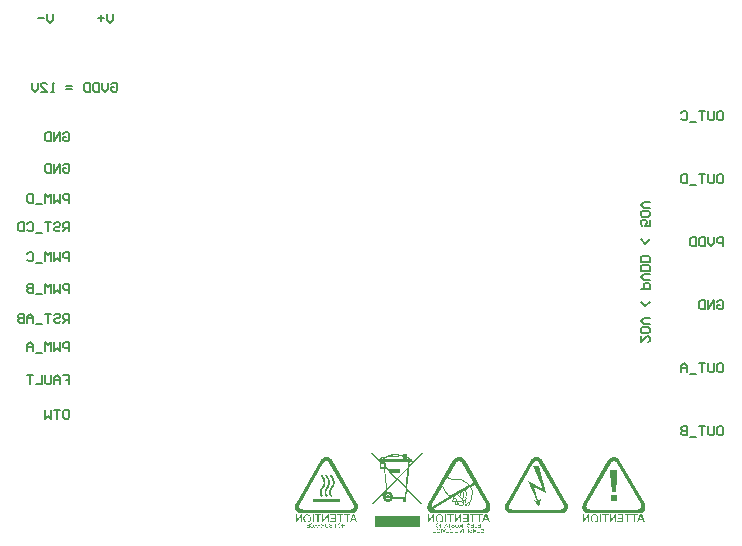
<source format=gbo>
G04*
G04 #@! TF.GenerationSoftware,Altium Limited,Altium Designer,20.2.7 (254)*
G04*
G04 Layer_Color=32896*
%FSLAX24Y24*%
%MOIN*%
G70*
G04*
G04 #@! TF.SameCoordinates,5986AE49-7A84-4E6F-8F63-06B94A686D52*
G04*
G04*
G04 #@! TF.FilePolarity,Positive*
G04*
G01*
G75*
%ADD15C,0.0050*%
G36*
X36439Y22108D02*
X35970Y21619D01*
X35956Y21486D01*
X35926Y21166D01*
X35903Y20936D01*
X36406Y20416D01*
X36373Y20383D01*
X35898Y20869D01*
X35870Y20572D01*
X35856D01*
Y20458D01*
X35751D01*
Y20572D01*
X35423D01*
X35412Y20550D01*
X35395Y20527D01*
X35373Y20502D01*
X35342Y20480D01*
X35306Y20469D01*
X35273Y20466D01*
X35240D01*
X35215Y20475D01*
X35184Y20486D01*
X35159Y20502D01*
X35140Y20522D01*
X35120Y20550D01*
X35106Y20580D01*
X35098Y20608D01*
X35095Y20633D01*
X35098Y20661D01*
X35104Y20683D01*
X35112Y20705D01*
X35123Y20727D01*
X35137Y20747D01*
X35156Y20766D01*
X35179Y20780D01*
X35198Y20789D01*
X35195Y20814D01*
X34779Y20383D01*
X34745Y20419D01*
X35190Y20880D01*
X35154Y21283D01*
X35129Y21574D01*
X34995D01*
Y21760D01*
X35031D01*
X34693Y22108D01*
X34729Y22141D01*
X35045Y21813D01*
Y21838D01*
X35040Y21844D01*
X35031Y21849D01*
X35023Y21858D01*
X35015Y21866D01*
X35009Y21880D01*
X35006Y21891D01*
X35004Y21905D01*
X35006Y21922D01*
X35012Y21933D01*
X35023Y21952D01*
X35037Y21963D01*
X35056Y21972D01*
X35076Y21974D01*
X35095Y21972D01*
X35112Y21966D01*
X35126Y21958D01*
X35131Y21949D01*
X35145Y21960D01*
X35165Y21974D01*
X35190Y21985D01*
X35226Y21999D01*
X35265Y22010D01*
X35304Y22019D01*
X35345Y22027D01*
X35379Y22030D01*
Y22071D01*
X35645D01*
Y22035D01*
X35667D01*
X35701Y22033D01*
X35737Y22027D01*
X35773Y22021D01*
Y22044D01*
X35887D01*
Y21991D01*
X35901Y21983D01*
X35920Y21974D01*
X35940Y21963D01*
X35956Y21952D01*
X35973Y21938D01*
X35984Y21927D01*
X35990Y21919D01*
X35995Y21908D01*
X35992Y21888D01*
X36059D01*
Y21802D01*
X35987D01*
X35976Y21694D01*
X36406Y22141D01*
X36439Y22108D01*
D02*
G37*
G36*
X42835Y21958D02*
X42854Y21955D01*
X42871Y21949D01*
X42882Y21944D01*
X42893Y21938D01*
X42899Y21935D01*
X42901Y21933D01*
X42913Y21927D01*
X42918Y21924D01*
X42943Y21902D01*
X42965Y21877D01*
X42976Y21860D01*
X42982Y21855D01*
Y21852D01*
X43818Y20403D01*
X43821D01*
Y20400D01*
Y20397D01*
X43826Y20386D01*
X43832Y20378D01*
X43835Y20372D01*
Y20369D01*
X43837Y20361D01*
X43840Y20350D01*
X43843Y20341D01*
Y20339D01*
X43846Y20308D01*
Y20280D01*
X43843Y20255D01*
X43837Y20233D01*
X43829Y20214D01*
X43823Y20200D01*
X43821Y20191D01*
X43818Y20189D01*
X43807Y20169D01*
X43804Y20164D01*
X43801Y20161D01*
X43787Y20147D01*
X43782Y20141D01*
X43779Y20139D01*
X43754Y20119D01*
X43729Y20105D01*
X43704Y20094D01*
X43679Y20089D01*
X43660Y20083D01*
X43643Y20080D01*
X41952D01*
X41938Y20083D01*
X41927D01*
X41924Y20086D01*
X41913D01*
X41902Y20089D01*
X41893Y20091D01*
X41891D01*
X41863Y20103D01*
X41838Y20116D01*
X41818Y20133D01*
X41802Y20150D01*
X41788Y20164D01*
X41780Y20178D01*
X41774Y20186D01*
X41771Y20189D01*
X41768D01*
X41763Y20203D01*
X41757Y20211D01*
X41755Y20216D01*
Y20219D01*
X41752Y20230D01*
X41749Y20241D01*
X41746Y20247D01*
Y20250D01*
X41743Y20280D01*
Y20308D01*
X41746Y20336D01*
X41752Y20358D01*
X41760Y20378D01*
X41766Y20394D01*
X41768Y20403D01*
X41771Y20405D01*
X42610Y21858D01*
X42621Y21874D01*
X42624Y21880D01*
X42627Y21883D01*
X42640Y21897D01*
X42646Y21902D01*
X42649Y21905D01*
X42674Y21924D01*
X42696Y21938D01*
X42721Y21949D01*
X42743Y21955D01*
X42763Y21960D01*
X42779Y21963D01*
X42815D01*
X42835Y21958D01*
D02*
G37*
G36*
X40252Y21958D02*
X40272Y21955D01*
X40288Y21949D01*
X40299Y21944D01*
X40311Y21938D01*
X40316Y21935D01*
X40319Y21933D01*
X40330Y21927D01*
X40336Y21924D01*
X40361Y21902D01*
X40383Y21877D01*
X40394Y21860D01*
X40399Y21855D01*
Y21852D01*
X41235Y20403D01*
X41238D01*
Y20400D01*
Y20397D01*
X41244Y20386D01*
X41249Y20378D01*
X41252Y20372D01*
Y20369D01*
X41255Y20361D01*
X41258Y20350D01*
X41260Y20341D01*
Y20339D01*
X41263Y20308D01*
Y20280D01*
X41260Y20255D01*
X41255Y20233D01*
X41246Y20214D01*
X41241Y20200D01*
X41238Y20191D01*
X41235Y20189D01*
X41224Y20169D01*
X41221Y20164D01*
X41219Y20161D01*
X41205Y20147D01*
X41199Y20141D01*
X41196Y20139D01*
X41171Y20119D01*
X41146Y20105D01*
X41121Y20094D01*
X41096Y20089D01*
X41077Y20083D01*
X41060Y20080D01*
X39369Y20080D01*
X39355Y20083D01*
X39344D01*
X39341Y20086D01*
X39330D01*
X39319Y20089D01*
X39311Y20091D01*
X39308D01*
X39280Y20103D01*
X39255Y20116D01*
X39236Y20133D01*
X39219Y20150D01*
X39205Y20164D01*
X39197Y20178D01*
X39191Y20186D01*
X39189Y20189D01*
X39186D01*
X39180Y20203D01*
X39175Y20211D01*
X39172Y20216D01*
Y20219D01*
X39169Y20230D01*
X39166Y20241D01*
X39164Y20247D01*
Y20250D01*
X39161Y20280D01*
Y20308D01*
X39164Y20336D01*
X39169Y20358D01*
X39178Y20378D01*
X39183Y20394D01*
X39186Y20403D01*
X39189Y20405D01*
X40027Y21858D01*
X40038Y21874D01*
X40041Y21880D01*
X40044Y21883D01*
X40058Y21897D01*
X40063Y21902D01*
X40066Y21905D01*
X40091Y21924D01*
X40113Y21938D01*
X40138Y21949D01*
X40161Y21955D01*
X40180Y21960D01*
X40197Y21963D01*
X40233D01*
X40252Y21958D01*
D02*
G37*
G36*
X37670D02*
X37689Y21955D01*
X37706Y21949D01*
X37717Y21944D01*
X37728Y21938D01*
X37733Y21935D01*
X37736Y21933D01*
X37747Y21927D01*
X37753Y21924D01*
X37778Y21902D01*
X37800Y21877D01*
X37811Y21860D01*
X37817Y21855D01*
Y21852D01*
X38653Y20403D01*
X38655D01*
Y20400D01*
Y20397D01*
X38661Y20386D01*
X38667Y20378D01*
X38669Y20372D01*
Y20369D01*
X38672Y20361D01*
X38675Y20350D01*
X38678Y20341D01*
Y20339D01*
X38680Y20308D01*
Y20280D01*
X38678Y20255D01*
X38672Y20233D01*
X38664Y20214D01*
X38658Y20200D01*
X38655Y20191D01*
X38653Y20189D01*
X38642Y20169D01*
X38639Y20164D01*
X38636Y20161D01*
X38622Y20147D01*
X38617Y20141D01*
X38614Y20139D01*
X38589Y20119D01*
X38564Y20105D01*
X38539Y20094D01*
X38514Y20089D01*
X38494Y20083D01*
X38478Y20080D01*
X36787D01*
X36773Y20083D01*
X36762D01*
X36759Y20086D01*
X36748D01*
X36737Y20089D01*
X36728Y20091D01*
X36725D01*
X36698Y20103D01*
X36673Y20116D01*
X36653Y20133D01*
X36637Y20150D01*
X36623Y20164D01*
X36614Y20178D01*
X36609Y20186D01*
X36606Y20189D01*
X36603D01*
X36598Y20203D01*
X36592Y20211D01*
X36589Y20216D01*
Y20219D01*
X36587Y20230D01*
X36584Y20241D01*
X36581Y20247D01*
Y20250D01*
X36578Y20280D01*
Y20308D01*
X36581Y20336D01*
X36587Y20358D01*
X36595Y20378D01*
X36600Y20394D01*
X36603Y20403D01*
X36606Y20405D01*
X37445Y21858D01*
X37456Y21874D01*
X37459Y21880D01*
X37461Y21883D01*
X37475Y21897D01*
X37481Y21902D01*
X37484Y21905D01*
X37509Y21924D01*
X37531Y21938D01*
X37556Y21949D01*
X37578Y21955D01*
X37597Y21960D01*
X37614Y21963D01*
X37650D01*
X37670Y21958D01*
D02*
G37*
G36*
X33254Y21958D02*
X33274Y21955D01*
X33290Y21949D01*
X33301Y21944D01*
X33313Y21938D01*
X33318Y21935D01*
X33321Y21933D01*
X33332Y21927D01*
X33338Y21924D01*
X33362Y21902D01*
X33385Y21877D01*
X33396Y21860D01*
X33401Y21855D01*
Y21852D01*
X34237Y20403D01*
X34240D01*
Y20400D01*
Y20397D01*
X34246Y20386D01*
X34251Y20378D01*
X34254Y20372D01*
Y20369D01*
X34257Y20361D01*
X34259Y20350D01*
X34262Y20341D01*
Y20339D01*
X34265Y20308D01*
Y20280D01*
X34262Y20255D01*
X34257Y20233D01*
X34248Y20214D01*
X34243Y20200D01*
X34240Y20191D01*
X34237Y20189D01*
X34226Y20169D01*
X34223Y20164D01*
X34221Y20161D01*
X34207Y20147D01*
X34201Y20141D01*
X34198Y20139D01*
X34173Y20119D01*
X34148Y20105D01*
X34123Y20094D01*
X34098Y20089D01*
X34079Y20083D01*
X34062Y20080D01*
X32371D01*
X32357Y20083D01*
X32346D01*
X32343Y20086D01*
X32332D01*
X32321Y20089D01*
X32313Y20091D01*
X32310D01*
X32282Y20103D01*
X32257Y20116D01*
X32238Y20133D01*
X32221Y20150D01*
X32207Y20164D01*
X32199Y20178D01*
X32193Y20186D01*
X32191Y20189D01*
X32188D01*
X32182Y20203D01*
X32177Y20211D01*
X32174Y20216D01*
Y20219D01*
X32171Y20230D01*
X32168Y20241D01*
X32166Y20247D01*
Y20250D01*
X32163Y20280D01*
Y20308D01*
X32166Y20336D01*
X32171Y20358D01*
X32179Y20378D01*
X32185Y20394D01*
X32188Y20403D01*
X32191Y20405D01*
X33029Y21858D01*
X33040Y21874D01*
X33043Y21880D01*
X33046Y21883D01*
X33060Y21897D01*
X33065Y21902D01*
X33068Y21905D01*
X33093Y21924D01*
X33115Y21938D01*
X33140Y21949D01*
X33163Y21955D01*
X33182Y21960D01*
X33199Y21963D01*
X33235D01*
X33254Y21958D01*
D02*
G37*
G36*
X42868Y19780D02*
X42835D01*
Y19992D01*
X42693Y19780D01*
X42657D01*
Y20047D01*
X42690D01*
Y19839D01*
X42832Y20047D01*
X42868D01*
Y19780D01*
D02*
G37*
G36*
X41980D02*
X41946D01*
Y19992D01*
X41807Y19780D01*
X41771D01*
Y20047D01*
X41805D01*
Y19839D01*
X41943Y20047D01*
X41980D01*
Y19780D01*
D02*
G37*
G36*
X37703Y19780D02*
X37670D01*
Y19992D01*
X37528Y19780D01*
X37492D01*
Y20047D01*
X37525D01*
Y19839D01*
X37667Y20047D01*
X37703D01*
Y19780D01*
D02*
G37*
G36*
X36814D02*
X36781D01*
Y19992D01*
X36642Y19780D01*
X36606D01*
Y20047D01*
X36639D01*
Y19839D01*
X36778Y20047D01*
X36814D01*
Y19780D01*
D02*
G37*
G36*
X33288Y19780D02*
X33254D01*
Y19992D01*
X33113Y19780D01*
X33076D01*
Y20047D01*
X33110D01*
Y19839D01*
X33251Y20047D01*
X33288D01*
Y19780D01*
D02*
G37*
G36*
X32399D02*
X32366D01*
Y19992D01*
X32227Y19780D01*
X32191D01*
Y20047D01*
X32224D01*
Y19839D01*
X32363Y20047D01*
X32399D01*
Y19780D01*
D02*
G37*
G36*
X43818Y19780D02*
X43782D01*
X43751Y19861D01*
X43640D01*
X43610Y19780D01*
X43571D01*
X43679Y20047D01*
X43718D01*
X43818Y19780D01*
D02*
G37*
G36*
X43590Y20017D02*
X43501D01*
Y19780D01*
X43465D01*
Y20017D01*
X43379D01*
Y20047D01*
X43590D01*
Y20017D01*
D02*
G37*
G36*
X43362D02*
X43274D01*
Y19780D01*
X43240D01*
Y20017D01*
X43151D01*
Y20047D01*
X43362D01*
Y20017D01*
D02*
G37*
G36*
X43115Y19780D02*
X42915D01*
Y19811D01*
X43079D01*
Y19903D01*
X42932D01*
Y19933D01*
X43079D01*
Y20017D01*
X42921D01*
Y20047D01*
X43115D01*
Y19780D01*
D02*
G37*
G36*
X42618Y20017D02*
X42532D01*
Y19780D01*
X42496D01*
Y20017D01*
X42407D01*
Y20047D01*
X42618D01*
Y20017D01*
D02*
G37*
G36*
X42366Y19780D02*
X42329D01*
Y20047D01*
X42366D01*
Y19780D01*
D02*
G37*
G36*
X38653Y19780D02*
X38617D01*
X38586Y19861D01*
X38475D01*
X38444Y19780D01*
X38406D01*
X38514Y20047D01*
X38553D01*
X38653Y19780D01*
D02*
G37*
G36*
X38425Y20017D02*
X38336D01*
Y19780D01*
X38300D01*
Y20017D01*
X38214D01*
Y20047D01*
X38425D01*
Y20017D01*
D02*
G37*
G36*
X38197D02*
X38108D01*
Y19780D01*
X38075D01*
Y20017D01*
X37986D01*
Y20047D01*
X38197D01*
Y20017D01*
D02*
G37*
G36*
X37950Y19780D02*
X37750D01*
Y19811D01*
X37914D01*
Y19903D01*
X37767D01*
Y19933D01*
X37914D01*
Y20017D01*
X37756D01*
Y20047D01*
X37950D01*
Y19780D01*
D02*
G37*
G36*
X37453Y20017D02*
X37367D01*
Y19780D01*
X37331D01*
Y20017D01*
X37242D01*
Y20047D01*
X37453D01*
Y20017D01*
D02*
G37*
G36*
X37200Y19780D02*
X37164D01*
Y20047D01*
X37200D01*
Y19780D01*
D02*
G37*
G36*
X34237Y19780D02*
X34201D01*
X34171Y19861D01*
X34060D01*
X34029Y19780D01*
X33990D01*
X34098Y20047D01*
X34137D01*
X34237Y19780D01*
D02*
G37*
G36*
X34010Y20017D02*
X33921D01*
Y19780D01*
X33885D01*
Y20017D01*
X33798D01*
Y20047D01*
X34010D01*
Y20017D01*
D02*
G37*
G36*
X33782D02*
X33693D01*
Y19780D01*
X33660D01*
Y20017D01*
X33571D01*
Y20047D01*
X33782D01*
Y20017D01*
D02*
G37*
G36*
X33535Y19780D02*
X33335D01*
Y19811D01*
X33499D01*
Y19903D01*
X33351D01*
Y19933D01*
X33499D01*
Y20017D01*
X33340D01*
Y20047D01*
X33535D01*
Y19780D01*
D02*
G37*
G36*
X33038Y20017D02*
X32952D01*
Y19780D01*
X32915D01*
Y20017D01*
X32827D01*
Y20047D01*
X33038D01*
Y20017D01*
D02*
G37*
G36*
X32785Y19780D02*
X32749D01*
Y20047D01*
X32785D01*
Y19780D01*
D02*
G37*
G36*
X42171Y20050D02*
X42191Y20047D01*
X42218Y20033D01*
X42229Y20025D01*
X42238Y20019D01*
X42241Y20017D01*
X42243Y20014D01*
X42254Y20000D01*
X42263Y19983D01*
X42274Y19950D01*
X42277Y19933D01*
X42279Y19922D01*
Y19914D01*
Y19911D01*
X42277Y19886D01*
X42271Y19864D01*
X42268Y19850D01*
X42266Y19847D01*
Y19844D01*
X42252Y19822D01*
X42235Y19808D01*
X42224Y19797D01*
X42218Y19794D01*
X42196Y19786D01*
X42174Y19780D01*
X42157Y19778D01*
X42152D01*
X42127Y19780D01*
X42107Y19786D01*
X42093Y19792D01*
X42088Y19794D01*
X42068Y19808D01*
X42052Y19822D01*
X42043Y19836D01*
X42041Y19842D01*
X42030Y19867D01*
X42027Y19889D01*
X42024Y19908D01*
Y19911D01*
Y19914D01*
X42027Y19942D01*
X42032Y19964D01*
X42038Y19980D01*
X42041Y19983D01*
Y19986D01*
X42055Y20005D01*
X42068Y20022D01*
X42080Y20030D01*
X42085Y20033D01*
X42107Y20044D01*
X42129Y20050D01*
X42146Y20053D01*
X42152D01*
X42171Y20050D01*
D02*
G37*
G36*
X37006Y20050D02*
X37025Y20047D01*
X37053Y20033D01*
X37064Y20025D01*
X37073Y20019D01*
X37075Y20017D01*
X37078Y20014D01*
X37089Y20000D01*
X37098Y19983D01*
X37109Y19950D01*
X37111Y19933D01*
X37114Y19922D01*
Y19914D01*
Y19911D01*
X37111Y19886D01*
X37106Y19864D01*
X37103Y19850D01*
X37100Y19847D01*
Y19844D01*
X37086Y19822D01*
X37070Y19808D01*
X37059Y19797D01*
X37053Y19794D01*
X37031Y19786D01*
X37009Y19780D01*
X36992Y19778D01*
X36986D01*
X36961Y19780D01*
X36942Y19786D01*
X36928Y19792D01*
X36923Y19794D01*
X36903Y19808D01*
X36887Y19822D01*
X36878Y19836D01*
X36875Y19842D01*
X36864Y19867D01*
X36862Y19889D01*
X36859Y19908D01*
Y19911D01*
Y19914D01*
X36862Y19942D01*
X36867Y19964D01*
X36873Y19980D01*
X36875Y19983D01*
Y19986D01*
X36889Y20005D01*
X36903Y20022D01*
X36914Y20030D01*
X36920Y20033D01*
X36942Y20044D01*
X36964Y20050D01*
X36981Y20053D01*
X36986D01*
X37006Y20050D01*
D02*
G37*
G36*
X32590Y20050D02*
X32610Y20047D01*
X32638Y20033D01*
X32649Y20025D01*
X32657Y20019D01*
X32660Y20017D01*
X32663Y20014D01*
X32674Y20000D01*
X32682Y19983D01*
X32693Y19950D01*
X32696Y19933D01*
X32699Y19922D01*
Y19914D01*
Y19911D01*
X32696Y19886D01*
X32690Y19864D01*
X32688Y19850D01*
X32685Y19847D01*
Y19844D01*
X32671Y19822D01*
X32654Y19808D01*
X32643Y19797D01*
X32638Y19794D01*
X32615Y19786D01*
X32593Y19780D01*
X32577Y19778D01*
X32571D01*
X32546Y19780D01*
X32527Y19786D01*
X32513Y19792D01*
X32507Y19794D01*
X32488Y19808D01*
X32471Y19822D01*
X32463Y19836D01*
X32460Y19842D01*
X32449Y19867D01*
X32446Y19889D01*
X32443Y19908D01*
Y19911D01*
Y19914D01*
X32446Y19942D01*
X32452Y19964D01*
X32457Y19980D01*
X32460Y19983D01*
Y19986D01*
X32474Y20005D01*
X32488Y20022D01*
X32499Y20030D01*
X32504Y20033D01*
X32527Y20044D01*
X32549Y20050D01*
X32566Y20053D01*
X32571D01*
X32590Y20050D01*
D02*
G37*
G36*
X33846Y19608D02*
X33829D01*
Y19669D01*
X33760D01*
Y19608D01*
X33740D01*
Y19739D01*
X33760D01*
Y19683D01*
X33829D01*
Y19739D01*
X33846D01*
Y19608D01*
D02*
G37*
G36*
X37972Y19739D02*
X37978Y19736D01*
X37981Y19733D01*
X37989Y19725D01*
X37997Y19717D01*
X38000Y19711D01*
X38003Y19708D01*
X38008Y19697D01*
X38011Y19686D01*
Y19675D01*
Y19672D01*
Y19658D01*
X38008Y19647D01*
X38006Y19639D01*
Y19636D01*
X37997Y19628D01*
X37992Y19622D01*
X37986Y19617D01*
X37983D01*
X37972Y19611D01*
X37961Y19608D01*
X37950Y19605D01*
X37947D01*
X37936Y19608D01*
X37925Y19614D01*
X37917Y19617D01*
X37914Y19619D01*
X37906Y19625D01*
X37900Y19636D01*
X37895Y19644D01*
Y19647D01*
X37911Y19653D01*
X37917Y19642D01*
X37920Y19633D01*
X37922Y19628D01*
X37925D01*
X37933Y19625D01*
X37942Y19622D01*
X37950D01*
X37964Y19625D01*
X37972D01*
X37981Y19631D01*
X37983Y19636D01*
X37989Y19642D01*
Y19644D01*
X37995Y19664D01*
Y19669D01*
Y19672D01*
X37992Y19689D01*
X37989Y19694D01*
Y19697D01*
X37981Y19714D01*
X37975Y19717D01*
Y19719D01*
X37956Y19725D01*
X37947D01*
X37933Y19722D01*
X37928Y19719D01*
X37920Y19714D01*
X37917Y19705D01*
X37914Y19700D01*
Y19697D01*
X37897Y19703D01*
X37903Y19714D01*
X37908Y19722D01*
X37911Y19728D01*
X37914Y19730D01*
X37925Y19736D01*
X37936Y19742D01*
X37961D01*
X37972Y19739D01*
D02*
G37*
G36*
X36945D02*
X36953Y19736D01*
X36956Y19733D01*
X36964Y19725D01*
X36973Y19717D01*
X36975Y19711D01*
X36978Y19708D01*
X36984Y19697D01*
X36986Y19686D01*
Y19675D01*
Y19672D01*
X36984Y19658D01*
X36981Y19647D01*
X36978Y19639D01*
Y19636D01*
X36973Y19628D01*
X36967Y19622D01*
X36961Y19617D01*
X36959D01*
X36948Y19611D01*
X36936Y19608D01*
X36925Y19605D01*
X36923D01*
X36909Y19608D01*
X36898Y19614D01*
X36892Y19617D01*
X36889Y19619D01*
X36878Y19625D01*
X36873Y19636D01*
X36867Y19644D01*
Y19647D01*
X36887Y19653D01*
X36889Y19642D01*
X36895Y19633D01*
X36898Y19631D01*
X36900Y19628D01*
X36909Y19625D01*
X36917Y19622D01*
X36925D01*
X36939Y19625D01*
X36948D01*
X36956Y19631D01*
X36959Y19636D01*
X36964Y19642D01*
Y19644D01*
X36967Y19664D01*
Y19669D01*
Y19672D01*
X36964Y19689D01*
Y19694D01*
Y19697D01*
X36956Y19714D01*
X36950Y19717D01*
Y19719D01*
X36931Y19725D01*
X36923D01*
X36906Y19722D01*
X36903Y19719D01*
X36900D01*
X36895Y19714D01*
X36889Y19705D01*
X36887Y19700D01*
Y19697D01*
X36870Y19703D01*
X36875Y19714D01*
X36881Y19722D01*
X36887Y19728D01*
X36889Y19730D01*
X36900Y19736D01*
X36911Y19742D01*
X36934D01*
X36945Y19739D01*
D02*
G37*
G36*
X36339Y20000D02*
Y19994D01*
Y19983D01*
Y19972D01*
Y19961D01*
Y19950D01*
Y19944D01*
Y19942D01*
Y19897D01*
Y19855D01*
Y19836D01*
Y19822D01*
Y19814D01*
Y19811D01*
Y19761D01*
Y19739D01*
Y19719D01*
Y19703D01*
Y19692D01*
Y19683D01*
Y19680D01*
Y19661D01*
Y19647D01*
Y19636D01*
Y19631D01*
Y19622D01*
X34820Y19622D01*
Y19625D01*
Y19631D01*
Y19653D01*
Y19672D01*
Y19678D01*
Y19680D01*
Y19725D01*
Y19767D01*
Y19786D01*
Y19800D01*
Y19808D01*
Y19811D01*
Y19861D01*
Y19883D01*
Y19903D01*
Y19919D01*
Y19930D01*
Y19939D01*
Y19942D01*
Y19961D01*
Y19978D01*
Y19989D01*
Y19994D01*
Y20000D01*
Y20003D01*
X36339Y20003D01*
Y20000D01*
D02*
G37*
G36*
X33282Y19661D02*
Y19647D01*
X33279Y19636D01*
X33276Y19631D01*
Y19628D01*
X33265Y19617D01*
X33263Y19614D01*
X33260D01*
X33251Y19608D01*
X33240Y19605D01*
X33229D01*
X33215Y19608D01*
X33207Y19611D01*
X33201Y19614D01*
X33199D01*
X33190Y19619D01*
X33185Y19625D01*
X33182Y19631D01*
X33179Y19639D01*
X33176Y19650D01*
Y19658D01*
Y19661D01*
Y19739D01*
X33193D01*
Y19661D01*
Y19644D01*
X33196Y19636D01*
X33199Y19631D01*
X33201Y19628D01*
X33210Y19625D01*
X33218Y19622D01*
X33249D01*
X33257Y19631D01*
X33260Y19636D01*
X33263Y19642D01*
Y19650D01*
Y19658D01*
Y19661D01*
Y19739D01*
X33282D01*
Y19661D01*
D02*
G37*
G36*
X32752Y19739D02*
X32757Y19736D01*
X32760Y19733D01*
X32771Y19725D01*
X32777Y19717D01*
X32782Y19711D01*
Y19708D01*
X32788Y19697D01*
X32790Y19686D01*
Y19675D01*
Y19672D01*
Y19658D01*
X32788Y19647D01*
X32785Y19639D01*
Y19636D01*
X32777Y19628D01*
X32771Y19622D01*
X32765Y19617D01*
X32763D01*
X32752Y19611D01*
X32740Y19608D01*
X32729Y19605D01*
X32727D01*
X32713Y19608D01*
X32702Y19614D01*
X32696Y19617D01*
X32693Y19619D01*
X32685Y19625D01*
X32679Y19636D01*
X32674Y19644D01*
Y19647D01*
X32690Y19653D01*
X32693Y19642D01*
X32699Y19633D01*
X32702Y19631D01*
X32704Y19628D01*
X32721Y19622D01*
X32729D01*
X32743Y19625D01*
X32752D01*
X32760Y19631D01*
X32763Y19636D01*
X32768Y19642D01*
Y19644D01*
X32774Y19664D01*
Y19669D01*
Y19672D01*
X32771Y19689D01*
X32768Y19694D01*
Y19697D01*
X32760Y19714D01*
X32754Y19717D01*
Y19719D01*
X32735Y19725D01*
X32727D01*
X32713Y19722D01*
X32707Y19719D01*
X32696Y19705D01*
X32693Y19700D01*
Y19697D01*
X32677Y19703D01*
X32682Y19714D01*
X32688Y19722D01*
X32690Y19728D01*
X32693Y19730D01*
X32704Y19736D01*
X32715Y19742D01*
X32740D01*
X32752Y19739D01*
D02*
G37*
G36*
X38358Y19608D02*
X38258D01*
Y19622D01*
X38339D01*
Y19667D01*
X38267D01*
Y19683D01*
X38339D01*
Y19722D01*
X38261D01*
Y19739D01*
X38358D01*
Y19608D01*
D02*
G37*
G36*
X38233D02*
X38150D01*
Y19622D01*
X38217D01*
Y19739D01*
X38233D01*
Y19608D01*
D02*
G37*
G36*
X38131D02*
X38031D01*
Y19622D01*
X38111D01*
Y19667D01*
X38039D01*
Y19683D01*
X38111D01*
Y19722D01*
X38033D01*
Y19739D01*
X38131D01*
Y19608D01*
D02*
G37*
G36*
X37881Y19722D02*
X37839D01*
Y19608D01*
X37820D01*
Y19722D01*
X37775D01*
Y19739D01*
X37881D01*
Y19722D01*
D02*
G37*
G36*
X37758Y19608D02*
X37739D01*
Y19664D01*
X37711D01*
X37706Y19661D01*
X37703D01*
X37697Y19655D01*
X37695Y19653D01*
X37689Y19647D01*
X37686Y19642D01*
X37681Y19636D01*
Y19633D01*
X37664Y19608D01*
X37642D01*
X37664Y19642D01*
X37675Y19655D01*
X37678Y19658D01*
X37686Y19664D01*
X37689Y19667D01*
X37675Y19669D01*
X37667Y19672D01*
X37664Y19678D01*
X37661D01*
X37656Y19686D01*
X37653Y19694D01*
Y19700D01*
Y19703D01*
X37656Y19717D01*
X37659Y19719D01*
Y19722D01*
X37661Y19728D01*
X37667Y19733D01*
X37670Y19736D01*
X37672D01*
X37689Y19739D01*
X37758D01*
Y19608D01*
D02*
G37*
G36*
X37367Y19722D02*
X37322D01*
Y19608D01*
X37306D01*
Y19722D01*
X37261D01*
Y19739D01*
X37367D01*
Y19722D01*
D02*
G37*
G36*
X37270Y19608D02*
X37253D01*
X37236Y19644D01*
X37181D01*
X37167Y19608D01*
X37145D01*
X37200Y19739D01*
X37220D01*
X37270Y19608D01*
D02*
G37*
G36*
X37156Y19722D02*
X37111D01*
Y19608D01*
X37095D01*
Y19722D01*
X37050D01*
Y19739D01*
X37156D01*
Y19722D01*
D02*
G37*
G36*
X37031Y19608D02*
X37011D01*
Y19739D01*
X37031D01*
Y19608D01*
D02*
G37*
G36*
X33576Y19722D02*
X33532D01*
Y19608D01*
X33515D01*
Y19722D01*
X33471D01*
Y19739D01*
X33576D01*
Y19722D01*
D02*
G37*
G36*
X33146Y19608D02*
X33129D01*
Y19664D01*
X33099D01*
X33093Y19661D01*
X33090D01*
X33085Y19655D01*
X33082Y19653D01*
X33079Y19647D01*
X33074Y19642D01*
X33071Y19636D01*
X33068Y19633D01*
X33051Y19608D01*
X33029D01*
X33051Y19642D01*
X33063Y19655D01*
X33068Y19658D01*
X33074Y19664D01*
X33076Y19667D01*
X33065Y19669D01*
X33057Y19672D01*
X33051Y19678D01*
X33049D01*
X33043Y19686D01*
X33040Y19694D01*
Y19700D01*
Y19703D01*
X33043Y19717D01*
X33046Y19719D01*
Y19722D01*
X33054Y19733D01*
X33057Y19736D01*
X33060D01*
X33076Y19739D01*
X33146D01*
Y19608D01*
D02*
G37*
G36*
X33013D02*
X32996D01*
Y19667D01*
X32932D01*
Y19680D01*
X32996D01*
Y19722D01*
X32924D01*
Y19739D01*
X33013D01*
Y19608D01*
D02*
G37*
G36*
X32924D02*
X32904D01*
X32890Y19644D01*
X32835D01*
X32821Y19608D01*
X32799D01*
X32854Y19739D01*
X32874D01*
X32924Y19608D01*
D02*
G37*
G36*
X32652D02*
X32552D01*
Y19622D01*
X32632D01*
Y19667D01*
X32560D01*
Y19683D01*
X32632D01*
Y19722D01*
X32554D01*
Y19739D01*
X32652D01*
Y19608D01*
D02*
G37*
G36*
X37586Y19739D02*
X37600Y19733D01*
X37609Y19725D01*
X37611Y19722D01*
X37620Y19705D01*
X37625Y19689D01*
X37628Y19675D01*
Y19672D01*
Y19669D01*
Y19655D01*
X37625Y19644D01*
X37622Y19639D01*
Y19636D01*
X37617Y19628D01*
X37609Y19622D01*
X37603Y19617D01*
X37600D01*
X37589Y19611D01*
X37578Y19608D01*
X37570Y19605D01*
X37567D01*
X37553Y19608D01*
X37542Y19611D01*
X37536Y19614D01*
X37534D01*
X37517Y19628D01*
X37514Y19633D01*
X37511Y19636D01*
X37506Y19647D01*
X37503Y19658D01*
Y19669D01*
Y19672D01*
Y19686D01*
X37506Y19697D01*
X37509Y19705D01*
X37511Y19708D01*
X37517Y19719D01*
X37525Y19725D01*
X37531Y19730D01*
X37534D01*
X37545Y19736D01*
X37556Y19742D01*
X37567D01*
X37586Y19739D01*
D02*
G37*
G36*
X37450D02*
X37456Y19736D01*
X37459D01*
X37470Y19728D01*
X37475Y19725D01*
Y19722D01*
X37481Y19708D01*
Y19705D01*
Y19703D01*
X37478Y19692D01*
X37475Y19689D01*
X37472Y19683D01*
X37467Y19678D01*
X37464Y19675D01*
X37461D01*
X37456Y19672D01*
X37447Y19669D01*
X37439Y19667D01*
X37436D01*
X37425Y19664D01*
X37417Y19661D01*
X37411D01*
X37403Y19655D01*
X37400Y19653D01*
X37397Y19644D01*
Y19642D01*
Y19633D01*
X37400Y19631D01*
X37409Y19625D01*
X37411Y19622D01*
X37450D01*
X37456Y19628D01*
X37461Y19631D01*
X37464Y19633D01*
X37470Y19644D01*
Y19650D01*
X37486Y19647D01*
X37484Y19639D01*
X37481Y19631D01*
X37478Y19628D01*
Y19625D01*
X37464Y19614D01*
X37461Y19611D01*
X37459D01*
X37450Y19608D01*
X37439Y19605D01*
X37428D01*
X37411Y19608D01*
X37406Y19611D01*
X37403D01*
X37392Y19619D01*
X37386Y19622D01*
X37381Y19636D01*
Y19642D01*
X37384Y19655D01*
X37386Y19661D01*
X37397Y19672D01*
X37400Y19675D01*
X37403D01*
X37411Y19678D01*
X37420Y19680D01*
X37428Y19683D01*
X37431D01*
X37445Y19686D01*
X37453Y19689D01*
X37459Y19692D01*
X37464Y19700D01*
Y19705D01*
X37461Y19711D01*
X37459Y19717D01*
X37456Y19719D01*
X37450Y19722D01*
X37442Y19725D01*
X37422D01*
X37417Y19722D01*
X37411Y19719D01*
X37406Y19714D01*
X37403Y19708D01*
X37400Y19703D01*
Y19700D01*
X37384D01*
X37386Y19717D01*
X37389Y19719D01*
Y19722D01*
X37403Y19733D01*
X37406Y19736D01*
X37409D01*
X37425Y19742D01*
X37434D01*
X37450Y19739D01*
D02*
G37*
G36*
X33674Y19739D02*
X33687Y19733D01*
X33696Y19725D01*
X33699Y19722D01*
X33710Y19705D01*
X33715Y19689D01*
X33718Y19675D01*
Y19672D01*
Y19669D01*
X33715Y19658D01*
X33712Y19647D01*
X33710Y19639D01*
Y19636D01*
X33701Y19628D01*
X33696Y19622D01*
X33690Y19617D01*
X33687D01*
X33676Y19611D01*
X33665Y19608D01*
X33657Y19605D01*
X33654D01*
X33643Y19608D01*
X33632Y19611D01*
X33624Y19614D01*
X33621D01*
X33604Y19628D01*
X33601Y19633D01*
X33599Y19636D01*
X33593Y19647D01*
X33590Y19658D01*
Y19669D01*
Y19672D01*
Y19686D01*
X33593Y19697D01*
X33596Y19705D01*
Y19708D01*
X33604Y19719D01*
X33612Y19725D01*
X33618Y19730D01*
X33621D01*
X33632Y19736D01*
X33643Y19742D01*
X33654D01*
X33674Y19739D01*
D02*
G37*
G36*
X33376D02*
X33382Y19736D01*
X33385D01*
X33396Y19728D01*
X33401Y19725D01*
Y19722D01*
X33407Y19708D01*
Y19705D01*
Y19703D01*
X33404Y19692D01*
X33401Y19689D01*
X33393Y19678D01*
X33387Y19675D01*
X33379Y19672D01*
X33371Y19669D01*
X33365Y19667D01*
X33362D01*
X33349Y19664D01*
X33340Y19661D01*
X33338D01*
X33329Y19655D01*
X33326Y19653D01*
X33321Y19644D01*
Y19642D01*
X33324Y19633D01*
X33326Y19631D01*
X33332Y19625D01*
X33335Y19622D01*
X33376D01*
X33385Y19631D01*
X33387Y19633D01*
X33393Y19644D01*
Y19650D01*
X33412Y19647D01*
X33407Y19631D01*
X33404Y19628D01*
Y19625D01*
X33390Y19614D01*
X33387Y19611D01*
X33385D01*
X33365Y19605D01*
X33354D01*
X33338Y19608D01*
X33332Y19611D01*
X33329D01*
X33315Y19619D01*
X33313Y19622D01*
X33307Y19628D01*
X33304Y19636D01*
Y19639D01*
Y19642D01*
X33307Y19655D01*
X33310Y19661D01*
X33315Y19667D01*
X33321Y19672D01*
X33326Y19675D01*
X33329D01*
X33335Y19678D01*
X33346Y19680D01*
X33354Y19683D01*
X33357D01*
X33371Y19686D01*
X33379Y19689D01*
X33385Y19692D01*
X33387Y19700D01*
Y19705D01*
X33385Y19717D01*
X33382Y19719D01*
X33374Y19722D01*
X33365Y19725D01*
X33357D01*
X33340Y19722D01*
X33338Y19719D01*
X33335D01*
X33329Y19714D01*
X33326Y19708D01*
Y19703D01*
Y19700D01*
X33310D01*
X33313Y19717D01*
X33315Y19719D01*
Y19722D01*
X33326Y19733D01*
X33329Y19736D01*
X33332D01*
X33349Y19742D01*
X33360D01*
X33376Y19739D01*
D02*
G37*
G36*
X38211Y19428D02*
X38194D01*
Y19533D01*
X38125Y19428D01*
X38106D01*
Y19561D01*
X38122D01*
Y19456D01*
X38194Y19561D01*
X38211D01*
Y19428D01*
D02*
G37*
G36*
X37697D02*
X37681D01*
X37628Y19561D01*
X37647D01*
X37681Y19464D01*
X37686Y19450D01*
X37689Y19444D01*
Y19442D01*
X37692Y19453D01*
X37695Y19461D01*
X37697Y19464D01*
X37731Y19561D01*
X37750D01*
X37697Y19428D01*
D02*
G37*
G36*
X37139D02*
X37123D01*
X37070Y19561D01*
X37089D01*
X37125Y19464D01*
X37131Y19450D01*
Y19444D01*
Y19442D01*
X37136Y19456D01*
X37139Y19461D01*
Y19464D01*
X37173Y19561D01*
X37192D01*
X37139Y19428D01*
D02*
G37*
G36*
X36970Y19561D02*
X36975Y19558D01*
X36978Y19556D01*
X36986Y19547D01*
X36995Y19539D01*
X36998Y19533D01*
X37000Y19531D01*
X37006Y19519D01*
X37009Y19508D01*
Y19497D01*
Y19494D01*
X37006Y19481D01*
X37003Y19469D01*
X37000Y19464D01*
Y19461D01*
X36995Y19450D01*
X36989Y19442D01*
X36984Y19436D01*
X36981Y19433D01*
X36970Y19428D01*
X36959Y19425D01*
X36945D01*
X36931Y19428D01*
X36920Y19431D01*
X36914Y19433D01*
X36911Y19436D01*
X36903Y19447D01*
X36898Y19458D01*
X36892Y19467D01*
Y19469D01*
X36909Y19475D01*
X36911Y19464D01*
X36917Y19456D01*
X36920Y19453D01*
X36923Y19450D01*
X36931Y19444D01*
X36939Y19442D01*
X36948D01*
X36961Y19444D01*
X36967Y19447D01*
X36970D01*
X36975Y19453D01*
X36981Y19458D01*
X36984Y19464D01*
Y19467D01*
X36989Y19486D01*
Y19492D01*
Y19494D01*
X36986Y19514D01*
Y19519D01*
Y19522D01*
X36984Y19531D01*
X36978Y19536D01*
X36973Y19542D01*
X36970D01*
X36961Y19547D01*
X36953Y19550D01*
X36936D01*
X36928Y19547D01*
X36925Y19544D01*
X36923Y19542D01*
X36917Y19536D01*
X36911Y19528D01*
X36909Y19522D01*
Y19519D01*
X36892Y19525D01*
X36898Y19539D01*
X36903Y19547D01*
X36909Y19550D01*
X36911Y19553D01*
X36923Y19558D01*
X36934Y19564D01*
X36959D01*
X36970Y19561D01*
D02*
G37*
G36*
X38333Y19428D02*
X38236D01*
Y19444D01*
X38317D01*
Y19489D01*
X38244D01*
Y19506D01*
X38317D01*
Y19544D01*
X38239D01*
Y19561D01*
X38333D01*
Y19428D01*
D02*
G37*
G36*
X37950D02*
X37933D01*
Y19561D01*
X37950D01*
Y19428D01*
D02*
G37*
G36*
X37911Y19544D02*
X37867D01*
Y19428D01*
X37850D01*
Y19544D01*
X37806D01*
Y19561D01*
X37911D01*
Y19544D01*
D02*
G37*
G36*
X37786Y19428D02*
X37767D01*
Y19561D01*
X37786D01*
Y19428D01*
D02*
G37*
G36*
X37611D02*
X37514D01*
Y19444D01*
X37595D01*
Y19489D01*
X37522D01*
Y19506D01*
X37595D01*
Y19544D01*
X37517D01*
Y19561D01*
X37611D01*
Y19428D01*
D02*
G37*
G36*
X37436D02*
X37389D01*
X37372Y19431D01*
X37367D01*
X37356Y19433D01*
X37350Y19436D01*
X37345Y19444D01*
X37339Y19450D01*
X37334Y19464D01*
X37331Y19467D01*
Y19469D01*
X37328Y19478D01*
Y19486D01*
Y19492D01*
Y19494D01*
Y19508D01*
Y19519D01*
X37331Y19525D01*
Y19528D01*
X37342Y19544D01*
X37345Y19547D01*
X37347Y19550D01*
X37361Y19556D01*
X37364Y19558D01*
X37367D01*
X37384Y19561D01*
X37436D01*
Y19428D01*
D02*
G37*
G36*
X37303D02*
X37203D01*
Y19444D01*
X37284D01*
Y19489D01*
X37211D01*
Y19506D01*
X37284D01*
Y19544D01*
X37206D01*
Y19561D01*
X37303D01*
Y19428D01*
D02*
G37*
G36*
X37050D02*
X37034D01*
Y19561D01*
X37050D01*
Y19428D01*
D02*
G37*
G36*
X36867D02*
X36770D01*
Y19444D01*
X36850D01*
Y19489D01*
X36778D01*
Y19506D01*
X36850D01*
Y19544D01*
X36773D01*
Y19561D01*
X36867D01*
Y19428D01*
D02*
G37*
G36*
X38428Y19561D02*
X38433Y19558D01*
X38436D01*
X38444Y19556D01*
X38450Y19550D01*
X38453Y19547D01*
X38456Y19544D01*
X38461Y19533D01*
Y19531D01*
Y19528D01*
X38458Y19517D01*
X38456Y19511D01*
X38447Y19500D01*
X38442Y19497D01*
X38433Y19494D01*
X38425Y19492D01*
X38419Y19489D01*
X38417D01*
X38400Y19486D01*
X38394Y19483D01*
X38392D01*
X38383Y19478D01*
X38381Y19475D01*
X38375Y19467D01*
Y19464D01*
X38378Y19456D01*
X38381Y19453D01*
X38386Y19447D01*
X38389Y19444D01*
X38392D01*
X38403Y19442D01*
X38408D01*
X38422Y19444D01*
X38431D01*
X38439Y19453D01*
X38442Y19456D01*
X38447Y19467D01*
Y19469D01*
Y19472D01*
X38464D01*
X38461Y19456D01*
X38458Y19450D01*
Y19447D01*
X38444Y19436D01*
X38442Y19431D01*
X38439D01*
X38419Y19425D01*
X38408D01*
X38392Y19428D01*
X38386Y19431D01*
X38383D01*
X38369Y19439D01*
X38364Y19444D01*
X38358Y19461D01*
Y19464D01*
Y19467D01*
X38361Y19481D01*
X38364Y19483D01*
X38369Y19492D01*
X38378Y19494D01*
X38381Y19497D01*
X38383D01*
X38400Y19503D01*
X38408Y19506D01*
X38411D01*
X38425Y19511D01*
X38433Y19514D01*
X38439Y19517D01*
X38444Y19525D01*
Y19528D01*
X38442Y19533D01*
X38439Y19539D01*
X38436Y19542D01*
X38431Y19544D01*
X38422Y19547D01*
X38403D01*
X38394Y19544D01*
X38392Y19542D01*
X38389D01*
X38383Y19536D01*
X38381Y19531D01*
Y19525D01*
Y19522D01*
X38364D01*
X38367Y19539D01*
X38369Y19542D01*
Y19544D01*
X38381Y19556D01*
X38383Y19558D01*
X38386D01*
X38406Y19564D01*
X38414D01*
X38428Y19561D01*
D02*
G37*
G36*
X38047D02*
X38053Y19558D01*
X38056D01*
X38064Y19556D01*
X38067Y19550D01*
X38072Y19547D01*
Y19544D01*
X38078Y19533D01*
Y19531D01*
Y19528D01*
X38075Y19517D01*
X38072Y19511D01*
X38070Y19506D01*
X38064Y19500D01*
X38061Y19497D01*
X38058D01*
X38053Y19494D01*
X38045Y19492D01*
X38036Y19489D01*
X38033D01*
X38017Y19486D01*
X38014Y19483D01*
X38011D01*
X38000Y19478D01*
X37997Y19475D01*
X37995Y19469D01*
Y19467D01*
Y19464D01*
Y19456D01*
X37997Y19453D01*
X38006Y19447D01*
X38008Y19444D01*
X38022Y19442D01*
X38028D01*
X38042Y19444D01*
X38047D01*
X38053Y19450D01*
X38058Y19453D01*
X38061Y19456D01*
X38067Y19467D01*
Y19472D01*
X38083D01*
X38081Y19464D01*
X38078Y19456D01*
X38075Y19450D01*
Y19447D01*
X38070Y19439D01*
X38064Y19436D01*
X38058Y19431D01*
X38056D01*
X38047Y19428D01*
X38036Y19425D01*
X38025D01*
X38008Y19428D01*
X38003Y19431D01*
X38000D01*
X37986Y19439D01*
X37983Y19444D01*
X37978Y19461D01*
Y19464D01*
Y19467D01*
X37981Y19481D01*
X37983Y19483D01*
X37989Y19492D01*
X37995Y19494D01*
X37997Y19497D01*
X38000D01*
X38020Y19503D01*
X38025Y19506D01*
X38028D01*
X38042Y19511D01*
X38050Y19514D01*
X38056Y19517D01*
X38061Y19522D01*
Y19528D01*
X38058Y19533D01*
X38056Y19539D01*
X38053Y19542D01*
X38047Y19544D01*
X38039Y19547D01*
X38031D01*
X38014Y19544D01*
X38011Y19542D01*
X38008D01*
X38003Y19536D01*
X38000Y19531D01*
X37997Y19525D01*
Y19522D01*
X37981D01*
X37983Y19539D01*
X37986Y19542D01*
Y19544D01*
X38000Y19556D01*
X38003Y19558D01*
X38006D01*
X38022Y19564D01*
X38031D01*
X38047Y19561D01*
D02*
G37*
%LPC*%
G36*
X35595Y22024D02*
X35426D01*
Y21997D01*
X35595D01*
Y22024D01*
D02*
G37*
G36*
X35645Y21985D02*
Y21949D01*
X35379D01*
Y21980D01*
X35323Y21972D01*
X35273Y21960D01*
X35231Y21949D01*
X35198Y21933D01*
X35173Y21919D01*
X35154Y21899D01*
Y21888D01*
X35773Y21888D01*
Y21969D01*
X35734Y21977D01*
X35692Y21983D01*
X35645Y21985D01*
D02*
G37*
G36*
X35840Y21997D02*
X35820D01*
Y21933D01*
X35840D01*
Y21997D01*
D02*
G37*
G36*
X35887Y21935D02*
Y21888D01*
X35945D01*
Y21897D01*
X35931Y21910D01*
X35915Y21922D01*
X35887Y21935D01*
D02*
G37*
G36*
X35081Y21927D02*
X35079D01*
X35065Y21924D01*
X35056Y21916D01*
X35054Y21905D01*
Y21902D01*
X35056Y21888D01*
X35065Y21883D01*
X35076Y21880D01*
X35079D01*
X35093Y21883D01*
X35098Y21891D01*
X35101Y21899D01*
Y21902D01*
X35098Y21916D01*
X35090Y21924D01*
X35081Y21927D01*
D02*
G37*
G36*
X35137Y21713D02*
X35045D01*
Y21622D01*
X35137D01*
Y21713D01*
D02*
G37*
G36*
X35604Y21505D02*
X35354D01*
Y21488D01*
X35604D01*
Y21505D01*
D02*
G37*
G36*
X35937Y21802D02*
X35159Y21802D01*
X35165Y21760D01*
X35184D01*
Y21672D01*
X35301Y21552D01*
X35651D01*
Y21441D01*
X35409D01*
X35570Y21274D01*
X35923Y21641D01*
X35937Y21802D01*
D02*
G37*
G36*
X35915Y21563D02*
X35604Y21241D01*
X35859Y20977D01*
X35915Y21563D01*
D02*
G37*
G36*
X35184Y21602D02*
Y21574D01*
X35179D01*
X35234Y20927D01*
X35537Y21241D01*
X35342Y21441D01*
X35301D01*
Y21483D01*
X35184Y21602D01*
D02*
G37*
G36*
X35570Y21205D02*
X35240Y20863D01*
X35245Y20802D01*
X35268Y20805D01*
X35293Y20802D01*
X35323Y20794D01*
X35354Y20780D01*
X35376Y20764D01*
X35395Y20744D01*
X35415Y20716D01*
X35429Y20683D01*
X35437Y20647D01*
X35434Y20622D01*
X35826D01*
X35853Y20913D01*
X35570Y21205D01*
D02*
G37*
G36*
X35281Y20719D02*
X35268Y20719D01*
X35240Y20716D01*
X35220Y20705D01*
X35204Y20694D01*
X35195Y20677D01*
X35190Y20664D01*
X35184Y20650D01*
Y20639D01*
Y20636D01*
X35187Y20608D01*
X35198Y20589D01*
X35209Y20572D01*
X35226Y20564D01*
X35240Y20558D01*
X35254Y20555D01*
X35265Y20552D01*
X35268D01*
X35295Y20555D01*
X35315Y20566D01*
X35331Y20580D01*
X35340Y20594D01*
X35345Y20611D01*
X35348Y20622D01*
X35351Y20633D01*
Y20636D01*
X35348Y20664D01*
X35337Y20683D01*
X35323Y20700D01*
X35309Y20708D01*
X35293Y20714D01*
X35281Y20719D01*
D02*
G37*
G36*
X35809Y20572D02*
X35798D01*
Y20505D01*
X35809D01*
Y20572D01*
D02*
G37*
%LPD*%
G36*
X35287Y20689D02*
X35301Y20683D01*
X35309Y20675D01*
X35315Y20664D01*
X35323Y20644D01*
Y20639D01*
Y20636D01*
X35320Y20616D01*
X35315Y20602D01*
X35306Y20594D01*
X35295Y20589D01*
X35276Y20580D01*
X35268D01*
X35248Y20583D01*
X35234Y20589D01*
X35226Y20597D01*
X35218Y20608D01*
X35212Y20627D01*
Y20633D01*
Y20636D01*
X35215Y20655D01*
X35220Y20669D01*
X35229Y20677D01*
X35240Y20686D01*
X35259Y20691D01*
X35268D01*
X35287Y20689D01*
D02*
G37*
%LPC*%
G36*
X35270Y20644D02*
X35262D01*
X35259Y20641D01*
Y20639D01*
Y20636D01*
Y20630D01*
X35262Y20627D01*
X35268D01*
X35273Y20630D01*
X35276Y20633D01*
Y20636D01*
X35273Y20641D01*
X35270Y20644D01*
D02*
G37*
G36*
X42799Y21822D02*
X42793D01*
Y21819D01*
X42777D01*
X42763Y21813D01*
X42738Y21805D01*
X42721Y21794D01*
X42718Y21791D01*
X42715Y21788D01*
X42710Y21783D01*
X42704Y21780D01*
Y21777D01*
X42699Y21766D01*
X42696Y21763D01*
X42693D01*
X41899Y20386D01*
Y20383D01*
X41891Y20366D01*
X41885Y20353D01*
X41882Y20341D01*
Y20336D01*
Y20328D01*
Y20325D01*
X41885Y20303D01*
X41888Y20283D01*
X41893Y20272D01*
X41896Y20266D01*
X41918Y20241D01*
X41938Y20225D01*
X41955Y20216D01*
X41960Y20214D01*
X41971D01*
X41977Y20211D01*
X41996D01*
Y20208D01*
X43590D01*
X43607Y20211D01*
X43624Y20214D01*
X43649Y20225D01*
X43665Y20233D01*
X43668Y20239D01*
X43671D01*
X43679Y20250D01*
X43682Y20253D01*
X43687Y20261D01*
X43690Y20266D01*
X43693D01*
X43704Y20294D01*
X43707Y20319D01*
Y20330D01*
X43704Y20339D01*
Y20344D01*
Y20347D01*
X43701Y20361D01*
X43698Y20364D01*
X43696Y20375D01*
X43693Y20378D01*
Y20380D01*
Y20383D01*
X42896Y21760D01*
X42885Y21777D01*
X42874Y21788D01*
X42865Y21797D01*
X42863Y21799D01*
X42860D01*
X42857Y21802D01*
X42854Y21805D01*
X42832Y21816D01*
X42813Y21819D01*
X42799Y21822D01*
D02*
G37*
%LPD*%
G36*
X42907Y21488D02*
Y21463D01*
Y21444D01*
Y21424D01*
Y21411D01*
Y21402D01*
Y21399D01*
X42904Y21349D01*
Y21324D01*
Y21305D01*
Y21286D01*
Y21272D01*
Y21263D01*
Y21261D01*
X42901Y21238D01*
Y21225D01*
Y21216D01*
Y21213D01*
X42899Y21200D01*
Y21183D01*
X42896Y21169D01*
Y21166D01*
Y21163D01*
Y21161D01*
X42893Y21155D01*
Y21144D01*
X42890Y21133D01*
X42888Y21102D01*
X42885Y21069D01*
X42879Y21036D01*
X42877Y21005D01*
Y20994D01*
X42874Y20986D01*
Y20980D01*
Y20977D01*
X42871Y20947D01*
X42865Y20916D01*
X42863Y20894D01*
X42860Y20872D01*
X42857Y20852D01*
Y20838D01*
X42852Y20814D01*
Y20800D01*
X42849Y20791D01*
Y20786D01*
X42746D01*
X42743Y20791D01*
X42740Y20797D01*
X42735Y20819D01*
X42732Y20838D01*
Y20844D01*
Y20847D01*
X42729Y20866D01*
Y20880D01*
X42727Y20891D01*
Y20902D01*
Y20911D01*
Y20913D01*
X42721Y20955D01*
X42715Y20994D01*
X42713Y21030D01*
X42707Y21061D01*
X42704Y21086D01*
X42702Y21111D01*
X42699Y21130D01*
X42696Y21150D01*
Y21163D01*
X42693Y21175D01*
X42690Y21194D01*
Y21202D01*
Y21205D01*
X42688Y21225D01*
Y21238D01*
X42685Y21249D01*
Y21258D01*
X42682Y21263D01*
Y21266D01*
Y21316D01*
Y21338D01*
Y21358D01*
Y21374D01*
Y21388D01*
Y21397D01*
Y21399D01*
Y21449D01*
Y21474D01*
Y21494D01*
Y21513D01*
Y21527D01*
Y21536D01*
Y21538D01*
X42907D01*
Y21488D01*
D02*
G37*
G36*
Y20658D02*
Y20625D01*
Y20611D01*
Y20600D01*
Y20594D01*
Y20591D01*
Y20555D01*
Y20522D01*
Y20511D01*
Y20500D01*
Y20494D01*
Y20491D01*
X42696D01*
Y20527D01*
Y20561D01*
Y20572D01*
Y20583D01*
Y20589D01*
Y20591D01*
Y20630D01*
Y20664D01*
Y20677D01*
Y20689D01*
Y20694D01*
Y20697D01*
X42907D01*
Y20658D01*
D02*
G37*
%LPC*%
G36*
X40216Y21822D02*
X40211D01*
Y21819D01*
X40194D01*
X40180Y21813D01*
X40155Y21805D01*
X40138Y21794D01*
X40136Y21791D01*
X40133Y21788D01*
X40124Y21780D01*
X40122Y21777D01*
X40116Y21769D01*
X40113Y21766D01*
Y21763D01*
X39316Y20386D01*
Y20383D01*
X39308Y20366D01*
X39302Y20353D01*
X39300Y20341D01*
Y20336D01*
Y20328D01*
Y20325D01*
X39302Y20303D01*
X39305Y20283D01*
X39311Y20272D01*
X39314Y20266D01*
X39336Y20241D01*
X39355Y20225D01*
X39372Y20216D01*
X39377Y20214D01*
X39380D01*
X39377Y20216D01*
X39383Y20214D01*
X39391Y20211D01*
X39414D01*
Y20208D01*
X41008Y20208D01*
X41024Y20211D01*
X41041Y20214D01*
X41066Y20225D01*
X41083Y20233D01*
X41085Y20239D01*
X41088D01*
X41096Y20250D01*
X41099Y20253D01*
X41108Y20261D01*
X41110Y20266D01*
X41116Y20280D01*
X41121Y20294D01*
X41124Y20322D01*
Y20333D01*
X41121Y20339D01*
Y20344D01*
Y20347D01*
X41119Y20358D01*
X41116Y20361D01*
Y20364D01*
X41113Y20375D01*
X41110Y20378D01*
Y20380D01*
Y20383D01*
X40313Y21760D01*
X40302Y21777D01*
X40291Y21788D01*
X40283Y21797D01*
X40280Y21799D01*
X40274D01*
X40272Y21802D01*
Y21805D01*
X40249Y21816D01*
X40230Y21819D01*
X40216Y21822D01*
D02*
G37*
%LPD*%
G36*
X40288Y21658D02*
X40547Y20766D01*
X40144Y20963D01*
X40269Y20489D01*
X40355Y20555D01*
X40313Y20289D01*
X40122Y20511D01*
X40238Y20483D01*
X39919Y21144D01*
X40441Y20875D01*
X40100Y21663D01*
X40288Y21658D01*
D02*
G37*
%LPC*%
G36*
X37634Y21822D02*
X37628D01*
Y21819D01*
X37611D01*
X37597Y21813D01*
X37572Y21805D01*
X37556Y21794D01*
X37553Y21791D01*
X37550Y21788D01*
X37545Y21783D01*
X37539Y21780D01*
Y21777D01*
X37534Y21766D01*
X37531Y21763D01*
X37528D01*
X37256Y21291D01*
X37350Y21252D01*
X37381Y21244D01*
X37406Y21238D01*
X37417Y21236D01*
X37467D01*
X37492Y21238D01*
X37542D01*
X37556Y21241D01*
X37589D01*
X37617Y21238D01*
X37642Y21236D01*
X37661Y21233D01*
X37678Y21230D01*
X37692Y21225D01*
X37700Y21222D01*
X37703D01*
X37725Y21213D01*
X37747Y21202D01*
X37789Y21177D01*
X37808Y21166D01*
X37822Y21158D01*
X37831Y21152D01*
X37833Y21150D01*
X37842Y21144D01*
X37856Y21136D01*
X37867Y21127D01*
X37870Y21125D01*
X37872D01*
X37881Y21119D01*
X37883Y21116D01*
X37886D01*
X37895Y21111D01*
X37897Y21108D01*
X37917Y21097D01*
X37931Y21086D01*
X37942Y21080D01*
X37945Y21077D01*
X37961Y21063D01*
X37975Y21052D01*
X37981Y21044D01*
X37983Y21041D01*
X38106Y21111D01*
X37731Y21760D01*
X37720Y21777D01*
X37708Y21788D01*
X37700Y21797D01*
X37697Y21799D01*
X37695D01*
X37692Y21802D01*
X37689Y21805D01*
X37667Y21816D01*
X37647Y21819D01*
X37634Y21822D01*
D02*
G37*
G36*
X37242Y21263D02*
X37081Y20986D01*
X37095Y20975D01*
X37100Y20972D01*
X37103Y20969D01*
X37117Y20952D01*
X37128Y20938D01*
X37136Y20927D01*
X37139Y20922D01*
X37148Y20902D01*
X37153Y20886D01*
X37159Y20869D01*
X37161Y20866D01*
Y20863D01*
X37173Y20838D01*
X37181Y20822D01*
X37184Y20814D01*
X37186Y20811D01*
X37198Y20797D01*
X37200Y20794D01*
X37203Y20791D01*
X37217Y20775D01*
X37220Y20772D01*
X37223Y20769D01*
X37250Y20744D01*
X37275Y20722D01*
X37297Y20705D01*
X37317Y20694D01*
X37334Y20686D01*
X37345Y20680D01*
X37353Y20677D01*
X37356D01*
X37956Y21025D01*
X37945Y21036D01*
X37936Y21044D01*
X37928Y21050D01*
X37925Y21052D01*
X37908Y21063D01*
X37895Y21075D01*
X37883Y21080D01*
X37881Y21083D01*
X37870Y21091D01*
X37861Y21094D01*
X37856Y21097D01*
X37836Y21111D01*
X37825Y21119D01*
X37817Y21122D01*
X37814Y21125D01*
X37789Y21141D01*
X37767Y21158D01*
X37745Y21169D01*
X37728Y21177D01*
X37711Y21186D01*
X37700Y21191D01*
X37695Y21194D01*
X37692D01*
X37650Y21202D01*
X37609Y21208D01*
X37522D01*
X37486Y21205D01*
X37459Y21202D01*
X37428D01*
X37395Y21208D01*
X37367Y21213D01*
X37356Y21219D01*
X37347Y21222D01*
X37342Y21225D01*
X37339D01*
X37242Y21263D01*
D02*
G37*
G36*
X37672Y20752D02*
X37597Y20711D01*
X37614Y20697D01*
X37631Y20683D01*
X37645Y20675D01*
X37647Y20669D01*
X37650D01*
X37656Y20677D01*
X37661Y20689D01*
X37664Y20697D01*
X37667Y20700D01*
X37670Y20705D01*
Y20708D01*
X37675Y20725D01*
Y20730D01*
Y20733D01*
Y20739D01*
X37672Y20744D01*
Y20750D01*
Y20752D01*
D02*
G37*
G36*
X37753Y20800D02*
X37700Y20769D01*
X37703Y20755D01*
X37706Y20741D01*
Y20733D01*
Y20730D01*
X37703Y20716D01*
X37700Y20705D01*
X37697Y20697D01*
Y20694D01*
X37695Y20689D01*
X37686Y20672D01*
X37678Y20658D01*
X37675Y20652D01*
X37672Y20650D01*
X37692Y20633D01*
X37708Y20616D01*
X37720Y20605D01*
X37725Y20600D01*
X37728Y20597D01*
X37731Y20594D01*
X37733Y20591D01*
Y20589D01*
X37745Y20605D01*
X37750Y20619D01*
X37756Y20627D01*
Y20630D01*
X37758Y20636D01*
X37761Y20641D01*
X37764Y20650D01*
Y20652D01*
X37767Y20666D01*
X37770Y20680D01*
Y20691D01*
Y20697D01*
Y20700D01*
Y20705D01*
Y20722D01*
Y20739D01*
Y20744D01*
Y20747D01*
Y20758D01*
X37767Y20769D01*
Y20775D01*
Y20777D01*
X37758Y20794D01*
X37753Y20797D01*
Y20800D01*
D02*
G37*
G36*
X37828Y20841D02*
X37781Y20816D01*
X37792Y20797D01*
X37797Y20789D01*
Y20786D01*
X37800Y20772D01*
Y20761D01*
Y20750D01*
Y20747D01*
Y20727D01*
Y20722D01*
Y20719D01*
Y20705D01*
Y20700D01*
Y20697D01*
Y20675D01*
X37797Y20658D01*
X37795Y20650D01*
Y20647D01*
Y20644D01*
X37792Y20636D01*
Y20633D01*
Y20630D01*
X37789D01*
X37786Y20625D01*
X37783Y20619D01*
Y20616D01*
X37775Y20597D01*
X37764Y20580D01*
X37758Y20569D01*
X37756Y20564D01*
X37770Y20541D01*
X37778Y20525D01*
X37783Y20514D01*
X37786Y20508D01*
X37797Y20514D01*
X37800Y20519D01*
X37803D01*
X37814Y20525D01*
X37820Y20530D01*
X37822Y20533D01*
X37828Y20539D01*
X37831Y20541D01*
X37833D01*
X37839Y20547D01*
X37845Y20550D01*
X37847Y20552D01*
X37850D01*
X37853Y20555D01*
Y20561D01*
Y20583D01*
X37850Y20602D01*
X37847Y20614D01*
Y20619D01*
Y20627D01*
Y20636D01*
X37853Y20661D01*
X37856Y20672D01*
X37858Y20680D01*
X37861Y20686D01*
Y20689D01*
X37867Y20705D01*
X37870Y20719D01*
X37872Y20736D01*
Y20747D01*
Y20750D01*
X37870Y20761D01*
X37861Y20775D01*
X37856Y20786D01*
X37853Y20789D01*
X37839Y20811D01*
X37831Y20827D01*
X37828Y20838D01*
Y20841D01*
D02*
G37*
G36*
X37484Y20566D02*
X37481D01*
X37475Y20561D01*
X37461Y20550D01*
X37453Y20539D01*
X37447Y20536D01*
Y20533D01*
Y20530D01*
X37445D01*
Y20527D01*
X37439Y20522D01*
Y20516D01*
Y20514D01*
Y20511D01*
Y20505D01*
X37442Y20497D01*
X37445Y20489D01*
Y20486D01*
Y20483D01*
X37453Y20477D01*
X37464Y20475D01*
X37478D01*
X37500Y20477D01*
X37517Y20480D01*
X37528Y20483D01*
X37534D01*
X37547Y20491D01*
X37550Y20494D01*
X37553D01*
Y20497D01*
X37550Y20500D01*
Y20502D01*
X37539Y20519D01*
X37528Y20533D01*
X37520Y20541D01*
X37517Y20544D01*
X37509Y20550D01*
X37497Y20558D01*
X37486Y20564D01*
X37484Y20566D01*
D02*
G37*
G36*
X38014Y20952D02*
X37856Y20861D01*
X37858Y20844D01*
X37867Y20825D01*
X37875Y20811D01*
X37878Y20808D01*
Y20805D01*
X37892Y20786D01*
X37900Y20769D01*
X37906Y20758D01*
Y20755D01*
Y20747D01*
X37903Y20733D01*
X37897Y20708D01*
X37895Y20697D01*
X37892Y20686D01*
X37889Y20680D01*
Y20677D01*
X37883Y20664D01*
X37881Y20652D01*
X37878Y20636D01*
Y20630D01*
Y20627D01*
X37883Y20602D01*
Y20583D01*
Y20566D01*
Y20564D01*
Y20561D01*
Y20552D01*
Y20550D01*
X37881Y20544D01*
Y20541D01*
X37878Y20533D01*
Y20527D01*
X37875Y20525D01*
X37872Y20514D01*
Y20508D01*
X37870Y20505D01*
X37861Y20477D01*
X37856Y20455D01*
X37850Y20436D01*
Y20422D01*
X37847Y20414D01*
Y20408D01*
Y20403D01*
X37853Y20383D01*
X37861Y20369D01*
X37870Y20358D01*
X37872Y20355D01*
X37878Y20353D01*
X37881Y20350D01*
Y20353D01*
Y20358D01*
Y20361D01*
Y20364D01*
Y20375D01*
Y20380D01*
X37889Y20400D01*
X37892Y20405D01*
X37895Y20408D01*
X37900Y20414D01*
X37903Y20419D01*
X37914Y20433D01*
X37922Y20444D01*
X37933Y20450D01*
X37945Y20455D01*
X37961Y20461D01*
X37978D01*
X37981Y20458D01*
X37986D01*
X37992Y20469D01*
X37995Y20480D01*
X37997Y20491D01*
X38000Y20494D01*
X38008Y20514D01*
X38017Y20530D01*
X38020Y20541D01*
X38022Y20547D01*
X38028Y20569D01*
X38031Y20589D01*
X38033Y20608D01*
Y20611D01*
Y20614D01*
X38039Y20650D01*
X38045Y20675D01*
X38047Y20689D01*
Y20694D01*
Y20697D01*
X38050Y20705D01*
X38053Y20714D01*
X38056Y20722D01*
Y20725D01*
X38061Y20747D01*
X38067Y20766D01*
Y20780D01*
X38070Y20794D01*
Y20802D01*
X38067Y20808D01*
Y20814D01*
X38061Y20827D01*
X38056Y20847D01*
X38047Y20863D01*
X38045Y20866D01*
Y20869D01*
X38028Y20902D01*
X38020Y20930D01*
X38014Y20947D01*
Y20950D01*
Y20952D01*
D02*
G37*
G36*
X37567Y20694D02*
X37453Y20627D01*
X37467Y20616D01*
X37481Y20605D01*
X37495Y20594D01*
X37497Y20591D01*
X37500D01*
X37517Y20580D01*
X37528Y20572D01*
X37534Y20566D01*
X37536D01*
X37553Y20550D01*
X37567Y20533D01*
X37575Y20522D01*
X37578Y20519D01*
Y20516D01*
X37584Y20505D01*
X37586Y20494D01*
X37589Y20491D01*
Y20489D01*
X37592Y20480D01*
X37595Y20477D01*
Y20475D01*
X37611Y20480D01*
X37620D01*
X37631Y20483D01*
X37634Y20486D01*
X37672D01*
X37689Y20483D01*
X37695D01*
X37700Y20480D01*
X37703D01*
X37706Y20477D01*
X37714D01*
X37717Y20475D01*
X37720D01*
X37736Y20466D01*
X37750Y20458D01*
X37758Y20452D01*
X37761Y20450D01*
X37764Y20447D01*
X37767Y20441D01*
X37769Y20439D01*
X37767Y20461D01*
X37758Y20486D01*
X37747Y20511D01*
X37733Y20533D01*
X37722Y20552D01*
X37711Y20566D01*
X37703Y20577D01*
X37700Y20580D01*
X37678Y20605D01*
X37656Y20625D01*
X37639Y20639D01*
X37636Y20644D01*
X37634D01*
X37606Y20664D01*
X37586Y20680D01*
X37572Y20691D01*
X37567Y20694D01*
D02*
G37*
G36*
X37769Y20439D02*
X37770Y20436D01*
Y20439D01*
X37769Y20439D01*
D02*
G37*
G36*
X37564Y20464D02*
X37559Y20461D01*
X37550Y20458D01*
X37545Y20455D01*
X37542D01*
X37539Y20452D01*
X37534D01*
X37531Y20450D01*
X37528D01*
X37520Y20436D01*
Y20425D01*
Y20416D01*
Y20414D01*
Y20408D01*
X37522Y20405D01*
Y20400D01*
X37525Y20397D01*
X37528D01*
X37536Y20391D01*
X37545Y20389D01*
X37556D01*
X37570Y20391D01*
X37581Y20394D01*
X37586Y20397D01*
X37589Y20400D01*
X37578Y20419D01*
X37572Y20436D01*
X37567Y20447D01*
Y20450D01*
X37564Y20461D01*
Y20464D01*
D02*
G37*
G36*
X37645Y20472D02*
X37636D01*
X37620Y20466D01*
X37606Y20464D01*
X37600Y20461D01*
X37597Y20458D01*
X37603Y20441D01*
X37611Y20425D01*
X37622Y20411D01*
X37625Y20408D01*
Y20405D01*
X37642Y20383D01*
X37653Y20372D01*
X37661Y20364D01*
X37664Y20361D01*
X37672Y20355D01*
X37678Y20353D01*
X37684Y20350D01*
X37695Y20344D01*
X37728D01*
X37739Y20347D01*
X37745Y20350D01*
X37750Y20353D01*
X37758Y20364D01*
X37764Y20378D01*
X37770Y20389D01*
Y20394D01*
X37767Y20408D01*
X37764Y20411D01*
X37758Y20425D01*
X37753Y20433D01*
X37750Y20439D01*
X37739Y20447D01*
X37728Y20455D01*
X37720Y20458D01*
X37717Y20461D01*
X37711D01*
X37708Y20464D01*
X37697D01*
X37686Y20466D01*
X37672Y20469D01*
X37661D01*
X37645Y20472D01*
D02*
G37*
G36*
X37970Y20447D02*
X37956D01*
X37947Y20441D01*
X37931Y20430D01*
X37920Y20419D01*
X37917Y20416D01*
Y20414D01*
X37914Y20408D01*
X37911Y20405D01*
X37908Y20403D01*
Y20400D01*
X37900Y20383D01*
X37897Y20378D01*
Y20375D01*
X37895Y20372D01*
Y20369D01*
Y20366D01*
Y20364D01*
Y20355D01*
X37897Y20353D01*
Y20350D01*
Y20344D01*
Y20341D01*
X37900Y20339D01*
X37911D01*
X37925Y20344D01*
X37936Y20350D01*
X37942Y20355D01*
X37945Y20358D01*
X37950Y20366D01*
X37956Y20378D01*
X37967Y20403D01*
X37970Y20414D01*
X37975Y20425D01*
X37978Y20430D01*
Y20433D01*
X37981Y20444D01*
X37978D01*
X37970Y20447D01*
D02*
G37*
G36*
X38153Y21030D02*
X38045Y20969D01*
X38050Y20941D01*
X38058Y20911D01*
X38064Y20900D01*
X38070Y20888D01*
X38072Y20883D01*
Y20880D01*
X38083Y20855D01*
X38092Y20836D01*
X38097Y20825D01*
Y20822D01*
X38100Y20808D01*
Y20791D01*
X38094Y20758D01*
X38092Y20741D01*
X38089Y20727D01*
X38086Y20719D01*
Y20716D01*
X38083Y20705D01*
X38081Y20694D01*
X38078Y20691D01*
Y20689D01*
Y20686D01*
X38072Y20664D01*
X38070Y20639D01*
X38067Y20627D01*
X38064Y20619D01*
Y20614D01*
Y20611D01*
X38061Y20591D01*
X38058Y20575D01*
Y20564D01*
X38056Y20552D01*
X38050Y20539D01*
Y20536D01*
X38045Y20519D01*
X38039Y20502D01*
X38033Y20486D01*
X38031Y20483D01*
Y20480D01*
X38025Y20466D01*
X38020Y20458D01*
X38014Y20444D01*
X38011Y20439D01*
Y20436D01*
Y20433D01*
X38008Y20430D01*
Y20427D01*
Y20425D01*
X38000Y20403D01*
X37992Y20383D01*
X37986Y20369D01*
X37978Y20358D01*
X37975Y20350D01*
X37970Y20344D01*
X37967Y20339D01*
X37950Y20322D01*
X37931Y20314D01*
X37920Y20308D01*
X37903D01*
X37892Y20311D01*
X37883Y20314D01*
X37881D01*
X37861Y20325D01*
X37856Y20328D01*
X37853Y20330D01*
X37842Y20341D01*
X37833Y20353D01*
X37822Y20375D01*
X37817Y20394D01*
Y20397D01*
Y20400D01*
Y20411D01*
X37820Y20427D01*
X37825Y20461D01*
X37828Y20477D01*
X37833Y20491D01*
X37836Y20500D01*
Y20502D01*
X37825Y20497D01*
X37822Y20494D01*
X37820Y20491D01*
X37806Y20483D01*
X37800Y20477D01*
X37797Y20475D01*
X37800Y20458D01*
X37803Y20444D01*
Y20433D01*
Y20430D01*
Y20427D01*
Y20425D01*
Y20422D01*
X37800Y20400D01*
X37797Y20383D01*
X37792Y20366D01*
X37786Y20353D01*
X37781Y20344D01*
X37775Y20336D01*
X37770Y20333D01*
Y20330D01*
X37758Y20322D01*
X37745Y20316D01*
X37733Y20314D01*
X37697D01*
X37678Y20319D01*
X37672Y20322D01*
X37670D01*
X37659Y20328D01*
X37650Y20330D01*
X37647Y20336D01*
X37645D01*
X37631Y20347D01*
X37620Y20361D01*
X37611Y20372D01*
X37609Y20375D01*
X37592Y20364D01*
X37575Y20358D01*
X37564Y20355D01*
X37559D01*
X37536Y20358D01*
X37520Y20364D01*
X37509Y20372D01*
X37506Y20375D01*
X37503Y20378D01*
X37500Y20380D01*
X37495Y20386D01*
X37492Y20391D01*
X37489Y20400D01*
Y20403D01*
Y20405D01*
X37486Y20419D01*
Y20433D01*
X37489Y20441D01*
Y20444D01*
X37475D01*
X37450Y20447D01*
X37434Y20455D01*
X37422Y20461D01*
X37420Y20464D01*
X37417Y20472D01*
X37414Y20475D01*
X37411Y20489D01*
X37409Y20500D01*
X37406Y20508D01*
Y20511D01*
X37409Y20525D01*
X37411Y20539D01*
X37417Y20547D01*
X37420Y20550D01*
X37422Y20552D01*
X37436Y20566D01*
X37447Y20577D01*
X37453Y20580D01*
X37456Y20583D01*
X37445Y20594D01*
X37434Y20602D01*
X37428Y20608D01*
X37425Y20611D01*
X36767Y20230D01*
X36787Y20219D01*
X36795Y20214D01*
X36806D01*
X36812Y20211D01*
X36831D01*
Y20208D01*
X38425D01*
X38442Y20211D01*
X38458Y20214D01*
X38483Y20225D01*
X38500Y20233D01*
X38503Y20239D01*
X38505D01*
X38514Y20250D01*
X38517Y20253D01*
X38522Y20261D01*
X38525Y20266D01*
X38528D01*
X38539Y20294D01*
X38542Y20319D01*
Y20330D01*
X38539Y20339D01*
Y20344D01*
Y20347D01*
X38536Y20361D01*
X38533Y20364D01*
X38530Y20375D01*
X38528Y20378D01*
Y20380D01*
Y20383D01*
X38153Y21030D01*
D02*
G37*
G36*
X37067Y20961D02*
X37064D01*
X36734Y20386D01*
Y20383D01*
X36725Y20366D01*
X36720Y20353D01*
X36717Y20341D01*
Y20336D01*
Y20328D01*
Y20325D01*
Y20314D01*
Y20308D01*
X37320Y20658D01*
X37300Y20669D01*
X37278Y20683D01*
X37239Y20711D01*
X37225Y20725D01*
X37211Y20736D01*
X37203Y20744D01*
X37200Y20747D01*
X37186Y20764D01*
X37181Y20769D01*
X37178Y20772D01*
X37167Y20786D01*
X37161Y20791D01*
Y20794D01*
X37150Y20811D01*
X37142Y20830D01*
X37136Y20847D01*
X37134Y20850D01*
Y20852D01*
X37125Y20877D01*
X37117Y20894D01*
X37114Y20902D01*
X37111Y20905D01*
X37100Y20925D01*
X37089Y20936D01*
X37084Y20944D01*
X37081Y20947D01*
X37070Y20955D01*
X37067Y20961D01*
D02*
G37*
G36*
X33218Y21822D02*
X33213D01*
Y21819D01*
X33196D01*
X33182Y21813D01*
X33157Y21805D01*
X33140Y21794D01*
X33138Y21791D01*
X33135Y21788D01*
X33129Y21783D01*
X33124Y21780D01*
Y21777D01*
X33118Y21766D01*
X33115Y21763D01*
X33113D01*
X32318Y20386D01*
Y20383D01*
X32310Y20366D01*
X32304Y20353D01*
X32302Y20341D01*
Y20336D01*
Y20328D01*
Y20325D01*
X32304Y20303D01*
X32307Y20283D01*
X32313Y20272D01*
X32316Y20266D01*
X32338Y20241D01*
X32357Y20225D01*
X32374Y20216D01*
X32379Y20214D01*
X32391D01*
X32396Y20211D01*
X32416D01*
Y20208D01*
X34010D01*
X34026Y20211D01*
X34043Y20214D01*
X34068Y20225D01*
X34085Y20233D01*
X34087Y20239D01*
X34090D01*
X34098Y20250D01*
X34101Y20253D01*
X34107Y20261D01*
X34110Y20266D01*
X34112D01*
X34123Y20294D01*
X34126Y20319D01*
Y20330D01*
X34123Y20339D01*
Y20344D01*
Y20347D01*
X34121Y20361D01*
X34118Y20364D01*
X34115Y20375D01*
X34112Y20378D01*
Y20380D01*
Y20383D01*
X33315Y21760D01*
X33304Y21777D01*
X33293Y21788D01*
X33285Y21797D01*
X33282Y21799D01*
X33279D01*
X33276Y21802D01*
X33274Y21805D01*
X33251Y21816D01*
X33232Y21819D01*
X33218Y21822D01*
D02*
G37*
%LPD*%
G36*
X33368Y21374D02*
X33385Y21361D01*
X33393Y21352D01*
X33399Y21347D01*
X33412Y21330D01*
X33424Y21316D01*
X33432Y21305D01*
X33435Y21299D01*
X33449Y21274D01*
X33460Y21247D01*
X33471Y21222D01*
X33476Y21200D01*
X33482Y21180D01*
X33485Y21163D01*
X33487Y21152D01*
Y21150D01*
X33490Y21119D01*
X33487Y21088D01*
X33482Y21061D01*
X33476Y21036D01*
X33471Y21013D01*
X33462Y20997D01*
X33460Y20986D01*
X33457Y20983D01*
X33446Y20961D01*
X33432Y20938D01*
X33421Y20922D01*
X33415Y20919D01*
Y20916D01*
X33401Y20894D01*
X33387Y20875D01*
X33379Y20855D01*
X33374Y20838D01*
X33368Y20825D01*
Y20814D01*
X33365Y20808D01*
Y20805D01*
Y20789D01*
Y20786D01*
Y20783D01*
Y20769D01*
X33368Y20764D01*
Y20761D01*
X33374Y20736D01*
X33379Y20719D01*
X33385Y20702D01*
X33390Y20694D01*
X33399Y20686D01*
X33401Y20683D01*
X33407Y20680D01*
X33387Y20622D01*
X33365Y20633D01*
X33349Y20650D01*
X33335Y20672D01*
X33324Y20694D01*
X33315Y20716D01*
X33310Y20736D01*
X33307Y20747D01*
Y20752D01*
X33304Y20761D01*
Y20772D01*
Y20780D01*
Y20783D01*
Y20791D01*
Y20800D01*
Y20808D01*
Y20811D01*
X33310Y20847D01*
X33318Y20872D01*
X33326Y20888D01*
X33329Y20894D01*
X33343Y20916D01*
X33354Y20936D01*
X33362Y20950D01*
X33365Y20955D01*
X33382Y20980D01*
X33393Y20997D01*
X33399Y21008D01*
X33401Y21011D01*
X33412Y21036D01*
X33418Y21058D01*
X33426Y21105D01*
X33424Y21147D01*
X33415Y21186D01*
X33404Y21216D01*
X33393Y21241D01*
X33385Y21258D01*
X33382Y21263D01*
X33371Y21280D01*
X33362Y21294D01*
X33354Y21302D01*
X33351Y21305D01*
X33340Y21316D01*
X33329Y21327D01*
X33321Y21333D01*
X33318Y21336D01*
X33315D01*
X33338Y21363D01*
X33354Y21386D01*
X33368Y21374D01*
D02*
G37*
G36*
X33215Y21372D02*
X33229Y21361D01*
X33240Y21349D01*
X33243Y21347D01*
X33257Y21330D01*
X33268Y21316D01*
X33276Y21305D01*
X33279Y21299D01*
X33304Y21247D01*
X33315Y21222D01*
X33324Y21200D01*
X33329Y21180D01*
X33332Y21163D01*
X33335Y21152D01*
Y21150D01*
X33338Y21119D01*
X33335Y21088D01*
X33329Y21061D01*
X33321Y21036D01*
X33315Y21013D01*
X33307Y20997D01*
X33304Y20986D01*
X33301Y20983D01*
X33290Y20963D01*
X33276Y20941D01*
X33265Y20925D01*
X33260Y20919D01*
Y20916D01*
X33246Y20894D01*
X33235Y20875D01*
X33226Y20855D01*
X33218Y20838D01*
X33215Y20825D01*
X33213Y20814D01*
Y20808D01*
Y20805D01*
Y20791D01*
Y20786D01*
Y20783D01*
Y20769D01*
Y20764D01*
Y20761D01*
X33218Y20736D01*
X33224Y20719D01*
X33229Y20702D01*
X33235Y20694D01*
X33243Y20686D01*
X33246Y20683D01*
X33251Y20680D01*
X33232Y20622D01*
X33210Y20633D01*
X33193Y20650D01*
X33179Y20672D01*
X33168Y20694D01*
X33160Y20716D01*
X33154Y20736D01*
X33151Y20747D01*
Y20752D01*
Y20761D01*
X33149Y20772D01*
Y20780D01*
Y20783D01*
Y20797D01*
Y20805D01*
Y20808D01*
Y20811D01*
X33154Y20847D01*
X33163Y20872D01*
X33171Y20888D01*
X33174Y20894D01*
X33188Y20916D01*
X33199Y20936D01*
X33207Y20950D01*
X33210Y20955D01*
X33226Y20977D01*
X33238Y20997D01*
X33243Y21008D01*
X33246Y21011D01*
X33257Y21036D01*
X33263Y21058D01*
X33271Y21105D01*
X33268Y21147D01*
X33260Y21186D01*
X33249Y21216D01*
X33238Y21241D01*
X33229Y21258D01*
X33226Y21263D01*
X33215Y21280D01*
X33207Y21294D01*
X33201Y21302D01*
X33199Y21305D01*
X33185Y21316D01*
X33174Y21327D01*
X33165Y21333D01*
X33163Y21336D01*
X33182Y21363D01*
X33199Y21386D01*
X33215Y21372D01*
D02*
G37*
G36*
X33060D02*
X33074Y21358D01*
X33085Y21349D01*
X33088Y21347D01*
X33101Y21330D01*
X33113Y21316D01*
X33121Y21305D01*
X33124Y21299D01*
X33138Y21274D01*
X33151Y21247D01*
X33160Y21222D01*
X33168Y21200D01*
X33174Y21180D01*
X33176Y21163D01*
X33179Y21152D01*
Y21150D01*
X33182Y21119D01*
X33179Y21088D01*
X33174Y21061D01*
X33168Y21036D01*
X33163Y21013D01*
X33154Y20997D01*
X33151Y20986D01*
X33149Y20983D01*
X33138Y20961D01*
X33124Y20938D01*
X33113Y20922D01*
X33107Y20919D01*
Y20916D01*
X33093Y20894D01*
X33079Y20875D01*
X33071Y20855D01*
X33065Y20838D01*
X33060Y20825D01*
Y20814D01*
X33057Y20808D01*
Y20805D01*
Y20800D01*
Y20791D01*
Y20786D01*
Y20783D01*
Y20777D01*
Y20769D01*
Y20764D01*
Y20761D01*
X33063Y20736D01*
X33068Y20719D01*
X33076Y20702D01*
X33082Y20694D01*
X33088Y20686D01*
X33090Y20683D01*
X33096Y20680D01*
X33076Y20622D01*
X33054Y20633D01*
X33038Y20650D01*
X33024Y20672D01*
X33013Y20694D01*
X33007Y20716D01*
X33001Y20736D01*
X32999Y20747D01*
Y20752D01*
X32996Y20761D01*
Y20772D01*
Y20780D01*
Y20783D01*
Y20802D01*
Y20808D01*
Y20811D01*
X33001Y20847D01*
X33007Y20872D01*
X33015Y20888D01*
X33018Y20894D01*
X33032Y20916D01*
X33043Y20936D01*
X33054Y20950D01*
X33057Y20955D01*
X33074Y20980D01*
X33085Y20997D01*
X33090Y21008D01*
X33093Y21011D01*
X33104Y21036D01*
X33110Y21058D01*
X33118Y21105D01*
X33115Y21147D01*
X33107Y21186D01*
X33096Y21216D01*
X33085Y21241D01*
X33076Y21258D01*
X33074Y21263D01*
X33063Y21280D01*
X33051Y21294D01*
X33046Y21302D01*
X33043Y21305D01*
X33029Y21319D01*
X33018Y21327D01*
X33010Y21333D01*
X33007Y21336D01*
X33029Y21363D01*
X33043Y21386D01*
X33060Y21372D01*
D02*
G37*
G36*
X33679Y20472D02*
X32749D01*
Y20550D01*
X33679D01*
Y20472D01*
D02*
G37*
%LPC*%
G36*
X43698Y20019D02*
X43693Y20000D01*
X43687Y19983D01*
X43682Y19969D01*
X43679Y19967D01*
Y19964D01*
X43651Y19892D01*
X43743D01*
X43712Y19969D01*
X43707Y19989D01*
X43701Y20003D01*
X43698Y20014D01*
Y20019D01*
D02*
G37*
G36*
X38533Y20019D02*
X38528Y20000D01*
X38522Y19983D01*
X38517Y19969D01*
X38514Y19967D01*
Y19964D01*
X38486Y19892D01*
X38578D01*
X38547Y19969D01*
X38542Y19989D01*
X38536Y20003D01*
X38533Y20014D01*
Y20019D01*
D02*
G37*
G36*
X34118Y20019D02*
X34112Y20000D01*
X34107Y19983D01*
X34101Y19969D01*
X34098Y19967D01*
Y19964D01*
X34071Y19892D01*
X34162D01*
X34132Y19969D01*
X34126Y19989D01*
X34121Y20003D01*
X34118Y20014D01*
Y20019D01*
D02*
G37*
G36*
X42157Y20022D02*
X42152D01*
X42135Y20019D01*
X42118Y20017D01*
X42107Y20011D01*
X42104Y20008D01*
X42091Y19997D01*
X42080Y19983D01*
X42074Y19975D01*
X42071Y19969D01*
X42066Y19950D01*
X42060Y19933D01*
Y19919D01*
Y19917D01*
Y19914D01*
X42066Y19880D01*
X42074Y19855D01*
X42082Y19839D01*
X42088Y19836D01*
Y19833D01*
X42107Y19817D01*
X42129Y19808D01*
X42146Y19805D01*
X42152D01*
X42179Y19811D01*
X42199Y19819D01*
X42213Y19828D01*
X42218Y19833D01*
X42232Y19858D01*
X42241Y19883D01*
Y19894D01*
X42243Y19903D01*
Y19908D01*
Y19911D01*
Y19930D01*
X42238Y19950D01*
X42235Y19964D01*
X42229Y19975D01*
X42221Y19992D01*
X42216Y19997D01*
X42196Y20011D01*
X42174Y20019D01*
X42157Y20022D01*
D02*
G37*
G36*
X36992Y20022D02*
X36986D01*
X36970Y20019D01*
X36953Y20017D01*
X36942Y20011D01*
X36939Y20008D01*
X36925Y19997D01*
X36914Y19983D01*
X36909Y19975D01*
X36906Y19969D01*
X36900Y19950D01*
X36895Y19933D01*
Y19919D01*
Y19917D01*
Y19914D01*
X36900Y19880D01*
X36909Y19855D01*
X36917Y19839D01*
X36923Y19836D01*
Y19833D01*
X36942Y19817D01*
X36964Y19808D01*
X36981Y19805D01*
X36986D01*
X37014Y19811D01*
X37034Y19819D01*
X37048Y19828D01*
X37053Y19833D01*
X37067Y19858D01*
X37075Y19883D01*
Y19894D01*
X37078Y19903D01*
Y19908D01*
Y19911D01*
Y19930D01*
X37073Y19950D01*
X37070Y19964D01*
X37064Y19975D01*
X37056Y19992D01*
X37050Y19997D01*
X37031Y20011D01*
X37009Y20019D01*
X36992Y20022D01*
D02*
G37*
G36*
X32577Y20022D02*
X32571D01*
X32554Y20019D01*
X32538Y20017D01*
X32527Y20011D01*
X32524Y20008D01*
X32510Y19997D01*
X32499Y19983D01*
X32493Y19975D01*
X32491Y19969D01*
X32485Y19950D01*
X32479Y19933D01*
Y19919D01*
Y19917D01*
Y19914D01*
X32485Y19880D01*
X32493Y19855D01*
X32502Y19839D01*
X32507Y19836D01*
Y19833D01*
X32527Y19817D01*
X32549Y19808D01*
X32566Y19805D01*
X32571D01*
X32599Y19811D01*
X32618Y19819D01*
X32632Y19828D01*
X32638Y19833D01*
X32652Y19858D01*
X32660Y19883D01*
Y19894D01*
X32663Y19903D01*
Y19908D01*
Y19911D01*
Y19930D01*
X32657Y19950D01*
X32654Y19964D01*
X32649Y19975D01*
X32640Y19992D01*
X32635Y19997D01*
X32615Y20011D01*
X32593Y20019D01*
X32577Y20022D01*
D02*
G37*
G36*
X37739Y19725D02*
X37689D01*
X37684Y19722D01*
X37678Y19719D01*
Y19717D01*
X37672Y19711D01*
X37670Y19708D01*
Y19705D01*
Y19703D01*
Y19694D01*
X37672Y19692D01*
X37681Y19686D01*
X37684Y19683D01*
X37697Y19680D01*
X37739D01*
Y19725D01*
D02*
G37*
G36*
X37211D02*
X37206Y19708D01*
X37200Y19700D01*
Y19697D01*
X37186Y19661D01*
X37234D01*
X37217Y19700D01*
X37211Y19717D01*
Y19722D01*
Y19725D01*
D02*
G37*
G36*
X33129Y19725D02*
X33079D01*
X33071Y19722D01*
X33068Y19719D01*
X33065Y19717D01*
X33060Y19708D01*
Y19705D01*
Y19703D01*
Y19694D01*
X33063Y19692D01*
X33068Y19686D01*
X33071Y19683D01*
X33074D01*
X33085Y19680D01*
X33129D01*
Y19725D01*
D02*
G37*
G36*
X32865D02*
X32860Y19708D01*
X32854Y19700D01*
Y19697D01*
X32840Y19661D01*
X32885D01*
X32871Y19700D01*
X32865Y19717D01*
Y19722D01*
Y19725D01*
D02*
G37*
G36*
X37578Y19725D02*
X37567D01*
X37550Y19722D01*
X37545Y19719D01*
X37542D01*
X37534Y19714D01*
X37528Y19708D01*
X37525Y19703D01*
Y19700D01*
X37520Y19680D01*
Y19675D01*
Y19672D01*
X37522Y19655D01*
X37525Y19644D01*
X37531Y19636D01*
X37534Y19633D01*
X37545Y19628D01*
X37556Y19625D01*
X37564Y19622D01*
X37567D01*
X37581Y19625D01*
X37589Y19628D01*
X37595Y19631D01*
X37597D01*
X37606Y19642D01*
X37609Y19655D01*
X37611Y19667D01*
Y19669D01*
X37609Y19689D01*
X37603Y19703D01*
X37600Y19711D01*
X37597Y19714D01*
X37589Y19719D01*
X37578Y19725D01*
D02*
G37*
G36*
X33665Y19725D02*
X33654D01*
X33637Y19722D01*
X33632Y19719D01*
X33629D01*
X33615Y19705D01*
X33612Y19703D01*
Y19700D01*
X33607Y19683D01*
Y19675D01*
Y19672D01*
X33610Y19655D01*
X33612Y19644D01*
X33618Y19636D01*
X33621Y19633D01*
X33632Y19628D01*
X33640Y19625D01*
X33651Y19622D01*
X33654D01*
X33668Y19625D01*
X33676Y19628D01*
X33682Y19631D01*
X33685D01*
X33693Y19642D01*
X33696Y19655D01*
X33699Y19667D01*
Y19669D01*
X33696Y19689D01*
X33690Y19703D01*
X33687Y19711D01*
X33685Y19714D01*
X33674Y19719D01*
X33665Y19725D01*
D02*
G37*
G36*
X37420Y19544D02*
X37375D01*
X37370Y19542D01*
X37361Y19539D01*
X37356Y19533D01*
X37350Y19531D01*
Y19528D01*
X37347Y19517D01*
X37345Y19508D01*
Y19497D01*
Y19494D01*
X37347Y19478D01*
X37350Y19472D01*
Y19469D01*
X37356Y19458D01*
X37359Y19456D01*
Y19453D01*
X37364Y19450D01*
X37367Y19447D01*
X37370D01*
X37384Y19444D01*
X37420D01*
Y19544D01*
D02*
G37*
%LPD*%
D15*
X24496Y23525D02*
X24596D01*
X24646Y23475D01*
Y23275D01*
X24596Y23225D01*
X24496D01*
X24446Y23275D01*
Y23475D01*
X24496Y23525D01*
X24346D02*
X24146D01*
X24246D01*
Y23225D01*
X24046Y23525D02*
Y23225D01*
X23946Y23325D01*
X23846Y23225D01*
Y23525D01*
X24096Y36725D02*
Y36525D01*
X23996Y36425D01*
X23896Y36525D01*
Y36725D01*
X23796Y36575D02*
X23596D01*
X26096Y36725D02*
Y36525D01*
X25996Y36425D01*
X25896Y36525D01*
Y36725D01*
X25796Y36575D02*
X25596D01*
X25696Y36675D02*
Y36475D01*
X26046Y34375D02*
X26096Y34425D01*
X26196D01*
X26246Y34375D01*
Y34175D01*
X26196Y34125D01*
X26096D01*
X26046Y34175D01*
Y34275D01*
X26146D01*
X25946Y34425D02*
Y34225D01*
X25846Y34125D01*
X25746Y34225D01*
Y34425D01*
X25646D02*
Y34125D01*
X25496D01*
X25446Y34175D01*
Y34375D01*
X25496Y34425D01*
X25646D01*
X25346D02*
Y34125D01*
X25196D01*
X25146Y34175D01*
Y34375D01*
X25196Y34425D01*
X25346D01*
X24746Y34225D02*
X24546D01*
X24746Y34325D02*
X24546D01*
X24146Y34125D02*
X24046D01*
X24096D01*
Y34425D01*
X24146Y34375D01*
X23696Y34125D02*
X23896D01*
X23696Y34325D01*
Y34375D01*
X23746Y34425D01*
X23846D01*
X23896Y34375D01*
X23597Y34425D02*
Y34225D01*
X23497Y34125D01*
X23397Y34225D01*
Y34425D01*
X43696Y25975D02*
Y25775D01*
X43896Y25975D01*
X43946D01*
X43996Y25925D01*
Y25825D01*
X43946Y25775D01*
Y26075D02*
X43996Y26125D01*
Y26225D01*
X43946Y26275D01*
X43746D01*
X43696Y26225D01*
Y26125D01*
X43746Y26075D01*
X43946D01*
X43996Y26375D02*
X43796D01*
X43696Y26475D01*
X43796Y26575D01*
X43996D01*
X43696Y27125D02*
X43846Y26975D01*
X43996Y27125D01*
X43696Y27574D02*
X43996D01*
Y27724D01*
X43946Y27774D01*
X43846D01*
X43796Y27724D01*
Y27574D01*
X43996Y27874D02*
X43796D01*
X43696Y27974D01*
X43796Y28074D01*
X43996D01*
Y28174D02*
X43696D01*
Y28324D01*
X43746Y28374D01*
X43946D01*
X43996Y28324D01*
Y28174D01*
Y28474D02*
X43696D01*
Y28624D01*
X43746Y28674D01*
X43946D01*
X43996Y28624D01*
Y28474D01*
X43696Y29224D02*
X43846Y29074D01*
X43996Y29224D01*
Y29874D02*
Y29674D01*
X43846D01*
X43896Y29774D01*
Y29824D01*
X43846Y29874D01*
X43746D01*
X43696Y29824D01*
Y29724D01*
X43746Y29674D01*
X43946Y29974D02*
X43996Y30024D01*
Y30124D01*
X43946Y30174D01*
X43746D01*
X43696Y30124D01*
Y30024D01*
X43746Y29974D01*
X43946D01*
X43996Y30274D02*
X43796D01*
X43696Y30374D01*
X43796Y30473D01*
X43996D01*
X46446Y28975D02*
Y29275D01*
X46296D01*
X46246Y29225D01*
Y29125D01*
X46296Y29075D01*
X46446D01*
X46146Y29275D02*
Y29075D01*
X46046Y28975D01*
X45946Y29075D01*
Y29275D01*
X45846D02*
Y28975D01*
X45696D01*
X45646Y29025D01*
Y29225D01*
X45696Y29275D01*
X45846D01*
X45546D02*
Y28975D01*
X45396D01*
X45346Y29025D01*
Y29225D01*
X45396Y29275D01*
X45546D01*
X46246Y27125D02*
X46296Y27175D01*
X46396D01*
X46446Y27125D01*
Y26925D01*
X46396Y26875D01*
X46296D01*
X46246Y26925D01*
Y27025D01*
X46346D01*
X46146Y26875D02*
Y27175D01*
X45946Y26875D01*
Y27175D01*
X45846D02*
Y26875D01*
X45696D01*
X45646Y26925D01*
Y27125D01*
X45696Y27175D01*
X45846D01*
X46296Y25075D02*
X46396D01*
X46446Y25025D01*
Y24825D01*
X46396Y24775D01*
X46296D01*
X46246Y24825D01*
Y25025D01*
X46296Y25075D01*
X46146D02*
Y24825D01*
X46096Y24775D01*
X45996D01*
X45946Y24825D01*
Y25075D01*
X45846D02*
X45646D01*
X45746D01*
Y24775D01*
X45546Y24725D02*
X45346D01*
X45246Y24775D02*
Y24975D01*
X45146Y25075D01*
X45046Y24975D01*
Y24775D01*
Y24925D01*
X45246D01*
X46296Y22975D02*
X46396D01*
X46446Y22925D01*
Y22725D01*
X46396Y22675D01*
X46296D01*
X46246Y22725D01*
Y22925D01*
X46296Y22975D01*
X46146D02*
Y22725D01*
X46096Y22675D01*
X45996D01*
X45946Y22725D01*
Y22975D01*
X45846D02*
X45646D01*
X45746D01*
Y22675D01*
X45546Y22625D02*
X45346D01*
X45246Y22975D02*
Y22675D01*
X45096D01*
X45046Y22725D01*
Y22775D01*
X45096Y22825D01*
X45246D01*
X45096D01*
X45046Y22875D01*
Y22925D01*
X45096Y22975D01*
X45246D01*
X46296Y31375D02*
X46396D01*
X46446Y31325D01*
Y31125D01*
X46396Y31075D01*
X46296D01*
X46246Y31125D01*
Y31325D01*
X46296Y31375D01*
X46146D02*
Y31125D01*
X46096Y31075D01*
X45996D01*
X45946Y31125D01*
Y31375D01*
X45846D02*
X45646D01*
X45746D01*
Y31075D01*
X45546Y31025D02*
X45346D01*
X45246Y31375D02*
Y31075D01*
X45096D01*
X45046Y31125D01*
Y31325D01*
X45096Y31375D01*
X45246D01*
X46296Y33475D02*
X46396D01*
X46446Y33425D01*
Y33225D01*
X46396Y33175D01*
X46296D01*
X46246Y33225D01*
Y33425D01*
X46296Y33475D01*
X46146D02*
Y33225D01*
X46096Y33175D01*
X45996D01*
X45946Y33225D01*
Y33475D01*
X45846D02*
X45646D01*
X45746D01*
Y33175D01*
X45546Y33125D02*
X45346D01*
X45046Y33425D02*
X45096Y33475D01*
X45196D01*
X45246Y33425D01*
Y33225D01*
X45196Y33175D01*
X45096D01*
X45046Y33225D01*
X24446Y32725D02*
X24496Y32775D01*
X24596D01*
X24646Y32725D01*
Y32525D01*
X24596Y32475D01*
X24496D01*
X24446Y32525D01*
Y32625D01*
X24546D01*
X24346Y32475D02*
Y32775D01*
X24146Y32475D01*
Y32775D01*
X24046D02*
Y32475D01*
X23896D01*
X23846Y32525D01*
Y32725D01*
X23896Y32775D01*
X24046D01*
X24446Y31675D02*
X24496Y31725D01*
X24596D01*
X24646Y31675D01*
Y31475D01*
X24596Y31425D01*
X24496D01*
X24446Y31475D01*
Y31575D01*
X24546D01*
X24346Y31425D02*
Y31725D01*
X24146Y31425D01*
Y31725D01*
X24046D02*
Y31425D01*
X23896D01*
X23846Y31475D01*
Y31675D01*
X23896Y31725D01*
X24046D01*
X24646Y30425D02*
Y30725D01*
X24496D01*
X24446Y30675D01*
Y30575D01*
X24496Y30525D01*
X24646D01*
X24346Y30725D02*
Y30425D01*
X24246Y30525D01*
X24146Y30425D01*
Y30725D01*
X24046Y30425D02*
Y30725D01*
X23946Y30625D01*
X23846Y30725D01*
Y30425D01*
X23746Y30375D02*
X23546D01*
X23446Y30725D02*
Y30425D01*
X23296D01*
X23246Y30475D01*
Y30675D01*
X23296Y30725D01*
X23446D01*
X24646Y29475D02*
Y29775D01*
X24496D01*
X24446Y29725D01*
Y29625D01*
X24496Y29575D01*
X24646D01*
X24546D02*
X24446Y29475D01*
X24146Y29725D02*
X24196Y29775D01*
X24296D01*
X24346Y29725D01*
Y29675D01*
X24296Y29625D01*
X24196D01*
X24146Y29575D01*
Y29525D01*
X24196Y29475D01*
X24296D01*
X24346Y29525D01*
X24046Y29775D02*
X23846D01*
X23946D01*
Y29475D01*
X23746Y29425D02*
X23546D01*
X23246Y29725D02*
X23296Y29775D01*
X23396D01*
X23446Y29725D01*
Y29525D01*
X23396Y29475D01*
X23296D01*
X23246Y29525D01*
X23146Y29775D02*
Y29475D01*
X22996D01*
X22946Y29525D01*
Y29725D01*
X22996Y29775D01*
X23146D01*
X24646Y28475D02*
Y28775D01*
X24496D01*
X24446Y28725D01*
Y28625D01*
X24496Y28575D01*
X24646D01*
X24346Y28775D02*
Y28475D01*
X24246Y28575D01*
X24146Y28475D01*
Y28775D01*
X24046Y28475D02*
Y28775D01*
X23946Y28675D01*
X23846Y28775D01*
Y28475D01*
X23746Y28425D02*
X23546D01*
X23246Y28725D02*
X23296Y28775D01*
X23396D01*
X23446Y28725D01*
Y28525D01*
X23396Y28475D01*
X23296D01*
X23246Y28525D01*
X24646Y27425D02*
Y27725D01*
X24496D01*
X24446Y27675D01*
Y27575D01*
X24496Y27525D01*
X24646D01*
X24346Y27725D02*
Y27425D01*
X24246Y27525D01*
X24146Y27425D01*
Y27725D01*
X24046Y27425D02*
Y27725D01*
X23946Y27625D01*
X23846Y27725D01*
Y27425D01*
X23746Y27375D02*
X23546D01*
X23446Y27725D02*
Y27425D01*
X23296D01*
X23246Y27475D01*
Y27525D01*
X23296Y27575D01*
X23446D01*
X23296D01*
X23246Y27625D01*
Y27675D01*
X23296Y27725D01*
X23446D01*
X24646Y26425D02*
Y26725D01*
X24496D01*
X24446Y26675D01*
Y26575D01*
X24496Y26525D01*
X24646D01*
X24546D02*
X24446Y26425D01*
X24146Y26675D02*
X24196Y26725D01*
X24296D01*
X24346Y26675D01*
Y26625D01*
X24296Y26575D01*
X24196D01*
X24146Y26525D01*
Y26475D01*
X24196Y26425D01*
X24296D01*
X24346Y26475D01*
X24046Y26725D02*
X23846D01*
X23946D01*
Y26425D01*
X23746Y26375D02*
X23546D01*
X23446Y26425D02*
Y26625D01*
X23346Y26725D01*
X23246Y26625D01*
Y26425D01*
Y26575D01*
X23446D01*
X23146Y26725D02*
Y26425D01*
X22996D01*
X22946Y26475D01*
Y26525D01*
X22996Y26575D01*
X23146D01*
X22996D01*
X22946Y26625D01*
Y26675D01*
X22996Y26725D01*
X23146D01*
X24646Y25475D02*
Y25775D01*
X24496D01*
X24446Y25725D01*
Y25625D01*
X24496Y25575D01*
X24646D01*
X24346Y25775D02*
Y25475D01*
X24246Y25575D01*
X24146Y25475D01*
Y25775D01*
X24046Y25475D02*
Y25775D01*
X23946Y25675D01*
X23846Y25775D01*
Y25475D01*
X23746Y25425D02*
X23546D01*
X23446Y25475D02*
Y25675D01*
X23346Y25775D01*
X23246Y25675D01*
Y25475D01*
Y25625D01*
X23446D01*
X24446Y24675D02*
X24646D01*
Y24525D01*
X24546D01*
X24646D01*
Y24375D01*
X24346D02*
Y24575D01*
X24246Y24675D01*
X24146Y24575D01*
Y24375D01*
Y24525D01*
X24346D01*
X24046Y24675D02*
Y24425D01*
X23996Y24375D01*
X23896D01*
X23846Y24425D01*
Y24675D01*
X23746D02*
Y24375D01*
X23546D01*
X23446Y24675D02*
X23246D01*
X23346D01*
Y24375D01*
M02*

</source>
